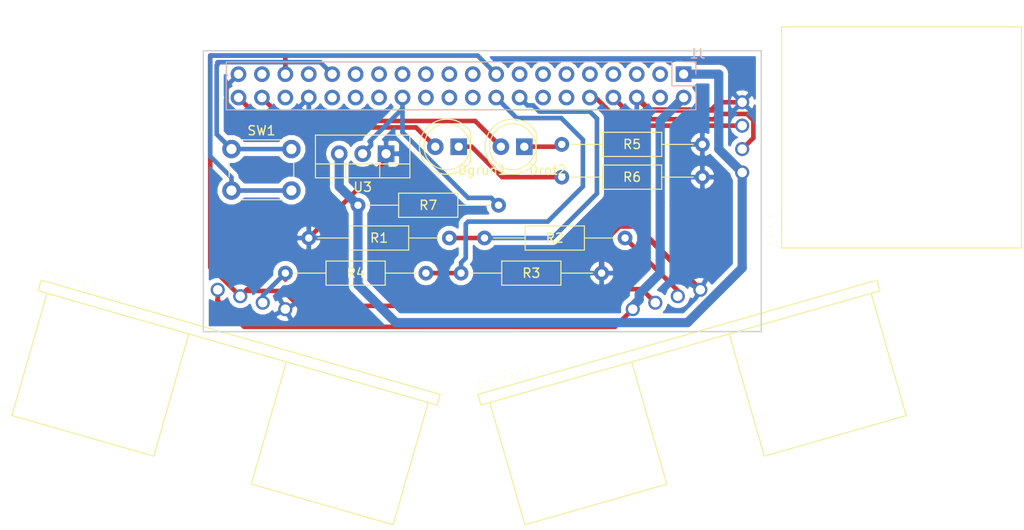
<source format=kicad_pcb>
(kicad_pcb (version 20171130) (host pcbnew "(5.0.2)-1")

  (general
    (thickness 1.6)
    (drawings 6)
    (tracks 129)
    (zones 0)
    (modules 15)
    (nets 43)
  )

  (page A4)
  (layers
    (0 F.Cu signal)
    (31 B.Cu signal)
    (32 B.Adhes user)
    (33 F.Adhes user)
    (34 B.Paste user)
    (35 F.Paste user)
    (36 B.SilkS user)
    (37 F.SilkS user)
    (38 B.Mask user)
    (39 F.Mask user)
    (40 Dwgs.User user)
    (41 Cmts.User user)
    (42 Eco1.User user)
    (43 Eco2.User user)
    (44 Edge.Cuts user)
    (45 Margin user)
    (46 B.CrtYd user)
    (47 F.CrtYd user)
    (48 B.Fab user)
    (49 F.Fab user)
  )

  (setup
    (last_trace_width 0.5)
    (trace_clearance 0.2)
    (zone_clearance 0.508)
    (zone_45_only no)
    (trace_min 0.2)
    (segment_width 0.2)
    (edge_width 0.15)
    (via_size 0.8)
    (via_drill 0.4)
    (via_min_size 0.4)
    (via_min_drill 0.3)
    (uvia_size 0.3)
    (uvia_drill 0.1)
    (uvias_allowed no)
    (uvia_min_size 0.2)
    (uvia_min_drill 0.1)
    (pcb_text_width 0.3)
    (pcb_text_size 1.5 1.5)
    (mod_edge_width 0.15)
    (mod_text_size 1 1)
    (mod_text_width 0.15)
    (pad_size 2.5 2.5)
    (pad_drill 1.2)
    (pad_to_mask_clearance 0.051)
    (solder_mask_min_width 0.25)
    (aux_axis_origin 143.51 80.01)
    (visible_elements 7FFFFFFF)
    (pcbplotparams
      (layerselection 0x010f0_ffffffff)
      (usegerberextensions false)
      (usegerberattributes false)
      (usegerberadvancedattributes false)
      (creategerberjobfile false)
      (excludeedgelayer true)
      (linewidth 0.100000)
      (plotframeref false)
      (viasonmask false)
      (mode 1)
      (useauxorigin false)
      (hpglpennumber 1)
      (hpglpenspeed 20)
      (hpglpendiameter 15.000000)
      (psnegative false)
      (psa4output false)
      (plotreference true)
      (plotvalue false)
      (plotinvisibletext false)
      (padsonsilk false)
      (subtractmaskfromsilk false)
      (outputformat 1)
      (mirror false)
      (drillshape 0)
      (scaleselection 1)
      (outputdirectory "D:/6. Semester/Studienarbeit/Platine/Radmesser/gerber"))
  )

  (net 0 "")
  (net 1 "Net-(Dgrun1-Pad2)")
  (net 2 "Net-(Dgrun1-Pad1)")
  (net 3 "Net-(Drot2-Pad1)")
  (net 4 "Net-(Drot2-Pad2)")
  (net 5 "Net-(GPS1-Pad2)")
  (net 6 GND)
  (net 7 "Net-(GPS1-Pad1)")
  (net 8 "Net-(J1-Pad37)")
  (net 9 "Net-(J1-Pad36)")
  (net 10 "Net-(J1-Pad35)")
  (net 11 "Net-(J1-Pad33)")
  (net 12 "Net-(J1-Pad32)")
  (net 13 "Net-(J1-Pad31)")
  (net 14 "Net-(J1-Pad30)")
  (net 15 "Net-(J1-Pad29)")
  (net 16 "Net-(J1-Pad28)")
  (net 17 "Net-(J1-Pad27)")
  (net 18 "Net-(J1-Pad26)")
  (net 19 "Net-(J1-Pad25)")
  (net 20 "Net-(J1-Pad24)")
  (net 21 "Net-(J1-Pad23)")
  (net 22 "Net-(J1-Pad22)")
  (net 23 "Net-(J1-Pad21)")
  (net 24 "Net-(J1-Pad20)")
  (net 25 "Net-(J1-Pad19)")
  (net 26 "Net-(J1-Pad18)")
  (net 27 "Net-(J1-Pad16)")
  (net 28 "Net-(J1-Pad15)")
  (net 29 "Net-(J1-Pad14)")
  (net 30 "Net-(J1-Pad13)")
  (net 31 "Net-(J1-Pad12)")
  (net 32 "Net-(J1-Pad11)")
  (net 33 "Net-(J1-Pad9)")
  (net 34 "Net-(J1-Pad7)")
  (net 35 "Net-(J1-Pad5)")
  (net 36 "Net-(J1-Pad4)")
  (net 37 "Net-(J1-Pad3)")
  (net 38 "Net-(R2-Pad1)")
  (net 39 "Net-(R4-Pad1)")
  (net 40 "Net-(GPS1-Pad3)")
  (net 41 "Net-(J1-Pad17)")
  (net 42 "Net-(J1-Pad2)")

  (net_class Default "Dies ist die voreingestellte Netzklasse."
    (clearance 0.2)
    (trace_width 0.5)
    (via_dia 0.8)
    (via_drill 0.4)
    (uvia_dia 0.3)
    (uvia_drill 0.1)
    (add_net GND)
    (add_net "Net-(Dgrun1-Pad1)")
    (add_net "Net-(Dgrun1-Pad2)")
    (add_net "Net-(Drot2-Pad1)")
    (add_net "Net-(Drot2-Pad2)")
    (add_net "Net-(GPS1-Pad1)")
    (add_net "Net-(GPS1-Pad2)")
    (add_net "Net-(GPS1-Pad3)")
    (add_net "Net-(J1-Pad11)")
    (add_net "Net-(J1-Pad12)")
    (add_net "Net-(J1-Pad13)")
    (add_net "Net-(J1-Pad14)")
    (add_net "Net-(J1-Pad15)")
    (add_net "Net-(J1-Pad16)")
    (add_net "Net-(J1-Pad17)")
    (add_net "Net-(J1-Pad18)")
    (add_net "Net-(J1-Pad19)")
    (add_net "Net-(J1-Pad2)")
    (add_net "Net-(J1-Pad20)")
    (add_net "Net-(J1-Pad21)")
    (add_net "Net-(J1-Pad22)")
    (add_net "Net-(J1-Pad23)")
    (add_net "Net-(J1-Pad24)")
    (add_net "Net-(J1-Pad25)")
    (add_net "Net-(J1-Pad26)")
    (add_net "Net-(J1-Pad27)")
    (add_net "Net-(J1-Pad28)")
    (add_net "Net-(J1-Pad29)")
    (add_net "Net-(J1-Pad3)")
    (add_net "Net-(J1-Pad30)")
    (add_net "Net-(J1-Pad31)")
    (add_net "Net-(J1-Pad32)")
    (add_net "Net-(J1-Pad33)")
    (add_net "Net-(J1-Pad35)")
    (add_net "Net-(J1-Pad36)")
    (add_net "Net-(J1-Pad37)")
    (add_net "Net-(J1-Pad4)")
    (add_net "Net-(J1-Pad5)")
    (add_net "Net-(J1-Pad7)")
    (add_net "Net-(J1-Pad9)")
    (add_net "Net-(R2-Pad1)")
    (add_net "Net-(R4-Pad1)")
  )

  (module HC-SR04:XCVR_HC-SR04 (layer F.Cu) (tedit 5E2E0D2F) (tstamp 5E2EC3FA)
    (at 148.73 107 344)
    (path /5E2E123D)
    (fp_text reference Uvorne1 (at -19.48505 3.31671 344) (layer F.SilkS)
      (effects (font (size 1.00052 1.00052) (thickness 0.015)))
    )
    (fp_text value HC-SR04 (at 23.8102 3.370695 344) (layer F.Fab)
      (effects (font (size 1.001693 1.001693) (thickness 0.015)))
    )
    (fp_line (start -21.5 19.27) (end -5.5 19.27) (layer F.SilkS) (width 0.127))
    (fp_line (start 5.500001 19.27) (end 21.5 19.27) (layer F.SilkS) (width 0.127))
    (fp_line (start 22.5 5.47) (end 21.5 5.47) (layer F.SilkS) (width 0.127))
    (fp_line (start 21.5 5.47) (end 5.5 5.47) (layer F.SilkS) (width 0.127))
    (fp_line (start 5.5 5.47) (end -5.5 5.47) (layer F.SilkS) (width 0.127))
    (fp_line (start -5.5 5.47) (end -21.5 5.47) (layer F.SilkS) (width 0.127))
    (fp_line (start -21.5 5.47) (end -22.5 5.47) (layer F.SilkS) (width 0.127))
    (fp_line (start -22.5 5.47) (end -22.5 4.27) (layer F.SilkS) (width 0.127))
    (fp_line (start -22.5 4.27) (end 22.5 4.27) (layer F.SilkS) (width 0.127))
    (fp_line (start 22.5 4.27) (end 22.5 5.47) (layer F.SilkS) (width 0.127))
    (fp_line (start -21.5 5.47) (end -21.5 19.27) (layer F.SilkS) (width 0.127))
    (fp_line (start 21.5 5.47) (end 21.5 19.27) (layer F.SilkS) (width 0.127))
    (fp_line (start -5.5 5.47) (end -5.5 19.27) (layer F.SilkS) (width 0.127))
    (fp_line (start 5.5 5.47) (end 5.500001 19.27) (layer F.SilkS) (width 0.127))
    (fp_line (start -22.75 4) (end -22.75 19.5) (layer F.CrtYd) (width 0.05))
    (fp_line (start -22.75 19.5) (end 22.75 19.5) (layer F.CrtYd) (width 0.05))
    (fp_line (start 22.75 19.5) (end 22.75 4) (layer F.CrtYd) (width 0.05))
    (fp_line (start 22.75 4) (end 5 4) (layer F.CrtYd) (width 0.05))
    (fp_line (start 5 4) (end 5 -1.25) (layer F.CrtYd) (width 0.05))
    (fp_line (start 5 -1.25) (end -5 -1.250001) (layer F.CrtYd) (width 0.05))
    (fp_line (start -5 -1.250001) (end -5 4) (layer F.CrtYd) (width 0.05))
    (fp_line (start -5 4) (end -22.75 4) (layer F.CrtYd) (width 0.05))
    (pad 2 thru_hole circle (at -1.27 0 344) (size 1.53 1.53) (drill 1.02) (layers *.Cu *.Mask)
      (net 10 "Net-(J1-Pad35)"))
    (pad 3 thru_hole circle (at 1.27 0 344) (size 1.53 1.53) (drill 1.02) (layers *.Cu *.Mask)
      (net 39 "Net-(R4-Pad1)"))
    (pad 4 thru_hole circle (at 3.81 0.000001 344) (size 1.53 1.53) (drill 1.02) (layers *.Cu *.Mask)
      (net 6 GND))
    (pad 1 thru_hole circle (at -3.81 -0.000001 344) (size 1.53 1.53) (drill 1.02) (layers *.Cu *.Mask)
      (net 42 "Net-(J1-Pad2)"))
  )

  (module HC-SR04:XCVR_HC-SR04 (layer F.Cu) (tedit 5E2E0D2F) (tstamp 5E2EC3DC)
    (at 193.73 107 16)
    (path /5E2E1096)
    (fp_text reference Uhinten2 (at -19.48505 3.31671 16) (layer F.SilkS)
      (effects (font (size 1.00052 1.00052) (thickness 0.015)))
    )
    (fp_text value HC-SR04 (at 23.8102 3.370695 16) (layer F.Fab)
      (effects (font (size 1.001693 1.001693) (thickness 0.015)))
    )
    (fp_line (start -5 4) (end -22.75 4) (layer F.CrtYd) (width 0.05))
    (fp_line (start -5 -1.25) (end -5 4) (layer F.CrtYd) (width 0.05))
    (fp_line (start 5 -1.25) (end -5 -1.25) (layer F.CrtYd) (width 0.05))
    (fp_line (start 5 4) (end 5 -1.25) (layer F.CrtYd) (width 0.05))
    (fp_line (start 22.75 4) (end 5 4) (layer F.CrtYd) (width 0.05))
    (fp_line (start 22.75 19.5) (end 22.75 4) (layer F.CrtYd) (width 0.05))
    (fp_line (start -22.75 19.5) (end 22.75 19.5) (layer F.CrtYd) (width 0.05))
    (fp_line (start -22.75 4) (end -22.75 19.5) (layer F.CrtYd) (width 0.05))
    (fp_line (start 5.5 5.47) (end 5.5 19.27) (layer F.SilkS) (width 0.127))
    (fp_line (start -5.5 5.47) (end -5.5 19.27) (layer F.SilkS) (width 0.127))
    (fp_line (start 21.5 5.47) (end 21.5 19.27) (layer F.SilkS) (width 0.127))
    (fp_line (start -21.5 5.47) (end -21.5 19.27) (layer F.SilkS) (width 0.127))
    (fp_line (start 22.5 4.27) (end 22.5 5.47) (layer F.SilkS) (width 0.127))
    (fp_line (start -22.5 4.27) (end 22.5 4.27) (layer F.SilkS) (width 0.127))
    (fp_line (start -22.5 5.47) (end -22.5 4.27) (layer F.SilkS) (width 0.127))
    (fp_line (start -21.5 5.47) (end -22.5 5.47) (layer F.SilkS) (width 0.127))
    (fp_line (start -5.5 5.47) (end -21.5 5.47) (layer F.SilkS) (width 0.127))
    (fp_line (start 5.5 5.47) (end -5.5 5.47) (layer F.SilkS) (width 0.127))
    (fp_line (start 21.5 5.47) (end 5.5 5.47) (layer F.SilkS) (width 0.127))
    (fp_line (start 22.5 5.47) (end 21.5 5.47) (layer F.SilkS) (width 0.127))
    (fp_line (start 5.5 19.27) (end 21.5 19.27) (layer F.SilkS) (width 0.127))
    (fp_line (start -21.5 19.27) (end -5.5 19.27) (layer F.SilkS) (width 0.127))
    (pad 1 thru_hole circle (at -3.81 0.000002 16) (size 1.53 1.53) (drill 1.02) (layers *.Cu *.Mask)
      (net 42 "Net-(J1-Pad2)"))
    (pad 4 thru_hole circle (at 3.81 -0.000002 16) (size 1.53 1.53) (drill 1.02) (layers *.Cu *.Mask)
      (net 6 GND))
    (pad 3 thru_hole circle (at 1.27 0 16) (size 1.53 1.53) (drill 1.02) (layers *.Cu *.Mask)
      (net 38 "Net-(R2-Pad1)"))
    (pad 2 thru_hole circle (at -1.27 0 16) (size 1.53 1.53) (drill 1.02) (layers *.Cu *.Mask)
      (net 10 "Net-(J1-Pad35)"))
  )

  (module LEDs:LED_D5.0mm (layer F.Cu) (tedit 5995936A) (tstamp 5E2EC2E8)
    (at 178.308 90.424 180)
    (descr "LED, diameter 5.0mm, 2 pins, http://cdn-reichelt.de/documents/datenblatt/A500/LL-504BC2E-009.pdf")
    (tags "LED diameter 5.0mm 2 pins")
    (path /5E2E54D6)
    (fp_text reference Drot2 (at -2.54 -2.54 180) (layer F.SilkS)
      (effects (font (size 1 1) (thickness 0.15)))
    )
    (fp_text value LED (at 1.27 3.96 180) (layer F.Fab)
      (effects (font (size 1 1) (thickness 0.15)))
    )
    (fp_arc (start 1.27 0) (end -1.23 -1.469694) (angle 299.1) (layer F.Fab) (width 0.1))
    (fp_arc (start 1.27 0) (end -1.29 -1.54483) (angle 148.9) (layer F.SilkS) (width 0.12))
    (fp_arc (start 1.27 0) (end -1.29 1.54483) (angle -148.9) (layer F.SilkS) (width 0.12))
    (fp_circle (center 1.27 0) (end 3.77 0) (layer F.Fab) (width 0.1))
    (fp_circle (center 1.27 0) (end 3.77 0) (layer F.SilkS) (width 0.12))
    (fp_line (start -1.23 -1.469694) (end -1.23 1.469694) (layer F.Fab) (width 0.1))
    (fp_line (start -1.29 -1.545) (end -1.29 1.545) (layer F.SilkS) (width 0.12))
    (fp_line (start -1.95 -3.25) (end -1.95 3.25) (layer F.CrtYd) (width 0.05))
    (fp_line (start -1.95 3.25) (end 4.5 3.25) (layer F.CrtYd) (width 0.05))
    (fp_line (start 4.5 3.25) (end 4.5 -3.25) (layer F.CrtYd) (width 0.05))
    (fp_line (start 4.5 -3.25) (end -1.95 -3.25) (layer F.CrtYd) (width 0.05))
    (fp_text user %R (at 1.25 0 180) (layer F.Fab)
      (effects (font (size 0.8 0.8) (thickness 0.2)))
    )
    (pad 1 thru_hole rect (at 0 0 180) (size 1.8 1.8) (drill 0.9) (layers *.Cu *.Mask)
      (net 3 "Net-(Drot2-Pad1)"))
    (pad 2 thru_hole circle (at 2.54 0 180) (size 1.8 1.8) (drill 0.9) (layers *.Cu *.Mask)
      (net 4 "Net-(Drot2-Pad2)"))
    (model ${KISYS3DMOD}/LEDs.3dshapes/LED_D5.0mm.wrl
      (at (xyz 0 0 0))
      (scale (xyz 0.393701 0.393701 0.393701))
      (rotate (xyz 0 0 0))
    )
  )

  (module LEDs:LED_D5.0mm (layer F.Cu) (tedit 5F822967) (tstamp 5E2EC2D6)
    (at 171.196 90.424 180)
    (descr "LED, diameter 5.0mm, 2 pins, http://cdn-reichelt.de/documents/datenblatt/A500/LL-504BC2E-009.pdf")
    (tags "LED diameter 5.0mm 2 pins")
    (path /5E2E5363)
    (fp_text reference Dgrun1 (at -2.54 -2.54 180) (layer F.SilkS)
      (effects (font (size 1 1) (thickness 0.15)))
    )
    (fp_text value LED (at 1.27 3.96 180) (layer F.Fab)
      (effects (font (size 1 1) (thickness 0.15)))
    )
    (fp_text user %R (at 1.25 0 180) (layer F.Fab)
      (effects (font (size 0.8 0.8) (thickness 0.2)))
    )
    (fp_line (start 4.5 -3.25) (end -1.95 -3.25) (layer F.CrtYd) (width 0.05))
    (fp_line (start 4.5 3.25) (end 4.5 -3.25) (layer F.CrtYd) (width 0.05))
    (fp_line (start -1.95 3.25) (end 4.5 3.25) (layer F.CrtYd) (width 0.05))
    (fp_line (start -1.95 -3.25) (end -1.95 3.25) (layer F.CrtYd) (width 0.05))
    (fp_line (start -1.29 -1.545) (end -1.29 1.545) (layer F.SilkS) (width 0.12))
    (fp_line (start -1.23 -1.469694) (end -1.23 1.469694) (layer F.Fab) (width 0.1))
    (fp_circle (center 1.27 0) (end 3.77 0) (layer F.SilkS) (width 0.12))
    (fp_circle (center 1.27 0) (end 3.77 0) (layer F.Fab) (width 0.1))
    (fp_arc (start 1.27 0) (end -1.29 1.54483) (angle -148.9) (layer F.SilkS) (width 0.12))
    (fp_arc (start 1.27 0) (end -1.29 -1.54483) (angle 148.9) (layer F.SilkS) (width 0.12))
    (fp_arc (start 1.27 0) (end -1.23 -1.469694) (angle 299.1) (layer F.Fab) (width 0.1))
    (pad 2 thru_hole circle (at 2.54 0 180) (size 1.8 1.8) (drill 0.9) (layers *.Cu *.Mask)
      (net 1 "Net-(Dgrun1-Pad2)"))
    (pad 1 thru_hole rect (at 0 0 180) (size 1.8 1.8) (drill 0.9) (layers *.Cu *.Mask)
      (net 2 "Net-(Dgrun1-Pad1)"))
    (model ${KISYS3DMOD}/LEDs.3dshapes/LED_D5.0mm.wrl
      (at (xyz 0 0 0))
      (scale (xyz 0.393701 0.393701 0.393701))
      (rotate (xyz 0 0 0))
    )
  )

  (module HC-SR04:GY-GPS6MV (layer F.Cu) (tedit 5E2EBABC) (tstamp 5E2EC2FC)
    (at 201.93 89.408 90)
    (path /5E2E2E35)
    (fp_text reference GPS1 (at -10 3.31671 90) (layer F.SilkS)
      (effects (font (size 1.00052 1.00052) (thickness 0.015)))
    )
    (fp_text value GY-GPS6MV2 (at 10 3.370695 90) (layer F.Fab)
      (effects (font (size 1.001693 1.001693) (thickness 0.015)))
    )
    (fp_line (start -12 4.27) (end 12 4.27) (layer F.SilkS) (width 0.127))
    (fp_line (start 12.25 4) (end 5 4) (layer F.CrtYd) (width 0.05))
    (fp_line (start 5 4) (end 5 -1.25) (layer F.CrtYd) (width 0.05))
    (fp_line (start 5 -1.25) (end -5 -1.25) (layer F.CrtYd) (width 0.05))
    (fp_line (start -5 -1.25) (end -5 4) (layer F.CrtYd) (width 0.05))
    (fp_line (start -5 4) (end -12.25 4) (layer F.CrtYd) (width 0.05))
    (fp_line (start -12 30.27) (end 12 30.27) (layer F.SilkS) (width 0.127))
    (fp_line (start -12 4.27) (end -12 30.27) (layer F.SilkS) (width 0.127))
    (fp_line (start 12 4.27) (end 12 30.27) (layer F.SilkS) (width 0.127))
    (fp_line (start -12.25 4) (end -12.25 30.54) (layer F.CrtYd) (width 0.05))
    (fp_line (start 12.25 4) (end 12.25 30.54) (layer F.CrtYd) (width 0.05))
    (fp_line (start -12.25 30.54) (end 12.25 30.54) (layer F.CrtYd) (width 0.05))
    (pad 2 thru_hole circle (at -1.27 0 90) (size 1.53 1.53) (drill 1.02) (layers *.Cu *.Mask)
      (net 5 "Net-(GPS1-Pad2)"))
    (pad 3 thru_hole circle (at 1.27 0 90) (size 1.53 1.53) (drill 1.02) (layers *.Cu *.Mask)
      (net 40 "Net-(GPS1-Pad3)"))
    (pad 4 thru_hole circle (at 3.81 0 90) (size 1.53 1.53) (drill 1.02) (layers *.Cu *.Mask)
      (net 6 GND))
    (pad 1 thru_hole circle (at -3.81 0 90) (size 1.53 1.53) (drill 1.02) (layers *.Cu *.Mask)
      (net 7 "Net-(GPS1-Pad1)"))
  )

  (module RaspPi:PinSocket_2x20_P2.54mm_Vertical (layer B.Cu) (tedit 5E31489E) (tstamp 5E2EC33A)
    (at 195.58 82.55 90)
    (descr "Through hole straight socket strip, 2x20, 2.54mm pitch, double cols (from Kicad 4.0.7), script generated")
    (tags "Through hole socket strip THT 2x20 2.54mm double row")
    (path /5E2DA375)
    (fp_text reference J1 (at 2.208 1.512 180) (layer B.SilkS)
      (effects (font (size 1 1) (thickness 0.15)) (justify mirror))
    )
    (fp_text value Raspberry_Pi_2_3 (at -1.27 -25.4 180) (layer B.Fab)
      (effects (font (size 1 1) (thickness 0.15)) (justify mirror))
    )
    (fp_text user %R (at -1.27 -24.13) (layer B.Fab)
      (effects (font (size 1 1) (thickness 0.15)) (justify mirror))
    )
    (fp_line (start -4.34 -50) (end -4.34 1.8) (layer B.CrtYd) (width 0.05))
    (fp_line (start 1.76 -50) (end -4.34 -50) (layer B.CrtYd) (width 0.05))
    (fp_line (start 1.76 1.8) (end 1.76 -50) (layer B.CrtYd) (width 0.05))
    (fp_line (start -4.34 1.8) (end 1.76 1.8) (layer B.CrtYd) (width 0.05))
    (fp_line (start 0 1.33) (end 1.33 1.33) (layer B.SilkS) (width 0.12))
    (fp_line (start 1.33 1.33) (end 1.33 0) (layer B.SilkS) (width 0.12))
    (fp_line (start -1.27 1.33) (end -1.27 -1.27) (layer B.SilkS) (width 0.12))
    (fp_line (start -1.27 -1.27) (end 1.33 -1.27) (layer B.SilkS) (width 0.12))
    (fp_line (start 1.33 -1.27) (end 1.33 -49.59) (layer B.SilkS) (width 0.12))
    (fp_line (start -3.87 -49.59) (end 1.33 -49.59) (layer B.SilkS) (width 0.12))
    (fp_line (start -3.87 1.33) (end -3.87 -49.59) (layer B.SilkS) (width 0.12))
    (fp_line (start -3.87 1.33) (end -1.27 1.33) (layer B.SilkS) (width 0.12))
    (fp_line (start -3.81 -49.53) (end -3.81 1.27) (layer B.Fab) (width 0.1))
    (fp_line (start 1.27 -49.53) (end -3.81 -49.53) (layer B.Fab) (width 0.1))
    (fp_line (start 1.27 0.27) (end 1.27 -49.53) (layer B.Fab) (width 0.1))
    (fp_line (start 0.27 1.27) (end 1.27 0.27) (layer B.Fab) (width 0.1))
    (fp_line (start -3.81 1.27) (end 0.27 1.27) (layer B.Fab) (width 0.1))
    (pad 40 thru_hole oval (at -2.54 -48.26 90) (size 1.7 1.7) (drill 1) (layers *.Cu *.Mask)
      (net 1 "Net-(Dgrun1-Pad2)"))
    (pad 39 thru_hole oval (at 0 -48.26 90) (size 1.7 1.7) (drill 1) (layers *.Cu *.Mask)
      (net 6 GND))
    (pad 38 thru_hole oval (at -2.54 -45.72 90) (size 1.7 1.7) (drill 1) (layers *.Cu *.Mask)
      (net 4 "Net-(Drot2-Pad2)"))
    (pad 37 thru_hole oval (at 0 -45.72 90) (size 1.7 1.7) (drill 1) (layers *.Cu *.Mask)
      (net 8 "Net-(J1-Pad37)"))
    (pad 36 thru_hole oval (at -2.54 -43.18 90) (size 1.7 1.7) (drill 1) (layers *.Cu *.Mask)
      (net 9 "Net-(J1-Pad36)"))
    (pad 35 thru_hole oval (at 0 -43.18 90) (size 1.7 1.7) (drill 1) (layers *.Cu *.Mask)
      (net 10 "Net-(J1-Pad35)"))
    (pad 34 thru_hole oval (at -2.54 -40.64 90) (size 1.7 1.7) (drill 1) (layers *.Cu *.Mask)
      (net 6 GND))
    (pad 33 thru_hole oval (at 0 -40.64 90) (size 1.7 1.7) (drill 1) (layers *.Cu *.Mask)
      (net 11 "Net-(J1-Pad33)"))
    (pad 32 thru_hole oval (at -2.54 -38.1 90) (size 1.7 1.7) (drill 1) (layers *.Cu *.Mask)
      (net 12 "Net-(J1-Pad32)"))
    (pad 31 thru_hole oval (at 0 -38.1 90) (size 1.7 1.7) (drill 1) (layers *.Cu *.Mask)
      (net 13 "Net-(J1-Pad31)"))
    (pad 30 thru_hole oval (at -2.54 -35.56 90) (size 1.7 1.7) (drill 1) (layers *.Cu *.Mask)
      (net 14 "Net-(J1-Pad30)"))
    (pad 29 thru_hole oval (at 0 -35.56 90) (size 1.7 1.7) (drill 1) (layers *.Cu *.Mask)
      (net 15 "Net-(J1-Pad29)"))
    (pad 28 thru_hole oval (at -2.54 -33.02 90) (size 1.7 1.7) (drill 1) (layers *.Cu *.Mask)
      (net 16 "Net-(J1-Pad28)"))
    (pad 27 thru_hole oval (at 0 -33.02 90) (size 1.7 1.7) (drill 1) (layers *.Cu *.Mask)
      (net 17 "Net-(J1-Pad27)"))
    (pad 26 thru_hole oval (at -2.54 -30.48 90) (size 1.7 1.7) (drill 1) (layers *.Cu *.Mask)
      (net 18 "Net-(J1-Pad26)"))
    (pad 25 thru_hole oval (at 0 -30.48 90) (size 1.7 1.7) (drill 1) (layers *.Cu *.Mask)
      (net 19 "Net-(J1-Pad25)"))
    (pad 24 thru_hole oval (at -2.54 -27.94 90) (size 1.7 1.7) (drill 1) (layers *.Cu *.Mask)
      (net 20 "Net-(J1-Pad24)"))
    (pad 23 thru_hole oval (at 0 -27.94 90) (size 1.7 1.7) (drill 1) (layers *.Cu *.Mask)
      (net 21 "Net-(J1-Pad23)"))
    (pad 22 thru_hole oval (at -2.54 -25.4 90) (size 1.7 1.7) (drill 1) (layers *.Cu *.Mask)
      (net 22 "Net-(J1-Pad22)"))
    (pad 21 thru_hole oval (at 0 -25.4 90) (size 1.7 1.7) (drill 1) (layers *.Cu *.Mask)
      (net 23 "Net-(J1-Pad21)"))
    (pad 20 thru_hole oval (at -2.54 -22.86 90) (size 1.7 1.7) (drill 1) (layers *.Cu *.Mask)
      (net 24 "Net-(J1-Pad20)"))
    (pad 19 thru_hole oval (at 0 -22.86 90) (size 1.7 1.7) (drill 1) (layers *.Cu *.Mask)
      (net 25 "Net-(J1-Pad19)"))
    (pad 18 thru_hole oval (at -2.54 -20.32 90) (size 1.7 1.7) (drill 1) (layers *.Cu *.Mask)
      (net 26 "Net-(J1-Pad18)"))
    (pad 17 thru_hole oval (at 0 -20.32 90) (size 1.7 1.7) (drill 1) (layers *.Cu *.Mask)
      (net 41 "Net-(J1-Pad17)"))
    (pad 16 thru_hole oval (at -2.54 -17.78 90) (size 1.7 1.7) (drill 1) (layers *.Cu *.Mask)
      (net 27 "Net-(J1-Pad16)"))
    (pad 15 thru_hole oval (at 0 -17.78 90) (size 1.7 1.7) (drill 1) (layers *.Cu *.Mask)
      (net 28 "Net-(J1-Pad15)"))
    (pad 14 thru_hole oval (at -2.54 -15.24 90) (size 1.7 1.7) (drill 1) (layers *.Cu *.Mask)
      (net 29 "Net-(J1-Pad14)"))
    (pad 13 thru_hole oval (at 0 -15.24 90) (size 1.7 1.7) (drill 1) (layers *.Cu *.Mask)
      (net 30 "Net-(J1-Pad13)"))
    (pad 12 thru_hole oval (at -2.54 -12.7 90) (size 1.7 1.7) (drill 1) (layers *.Cu *.Mask)
      (net 31 "Net-(J1-Pad12)"))
    (pad 11 thru_hole oval (at 0 -12.7 90) (size 1.7 1.7) (drill 1) (layers *.Cu *.Mask)
      (net 32 "Net-(J1-Pad11)"))
    (pad 10 thru_hole oval (at -2.54 -10.16 90) (size 1.7 1.7) (drill 1) (layers *.Cu *.Mask)
      (net 40 "Net-(GPS1-Pad3)"))
    (pad 9 thru_hole oval (at 0 -10.16 90) (size 1.7 1.7) (drill 1) (layers *.Cu *.Mask)
      (net 33 "Net-(J1-Pad9)"))
    (pad 8 thru_hole oval (at -2.54 -7.62 90) (size 1.7 1.7) (drill 1) (layers *.Cu *.Mask)
      (net 5 "Net-(GPS1-Pad2)"))
    (pad 7 thru_hole oval (at 0 -7.62 90) (size 1.7 1.7) (drill 1) (layers *.Cu *.Mask)
      (net 34 "Net-(J1-Pad7)"))
    (pad 6 thru_hole oval (at -2.54 -5.08 90) (size 1.7 1.7) (drill 1) (layers *.Cu *.Mask)
      (net 6 GND))
    (pad 5 thru_hole oval (at 0 -5.08 90) (size 1.7 1.7) (drill 1) (layers *.Cu *.Mask)
      (net 35 "Net-(J1-Pad5)"))
    (pad 4 thru_hole oval (at -2.54 -2.54 90) (size 1.7 1.7) (drill 1) (layers *.Cu *.Mask)
      (net 36 "Net-(J1-Pad4)"))
    (pad 3 thru_hole oval (at 0 -2.54 90) (size 1.7 1.7) (drill 1) (layers *.Cu *.Mask)
      (net 37 "Net-(J1-Pad3)"))
    (pad 2 thru_hole oval (at -2.54 0 90) (size 1.7 1.7) (drill 1) (layers *.Cu *.Mask)
      (net 42 "Net-(J1-Pad2)"))
    (pad 1 thru_hole rect (at 0 0 90) (size 1.7 1.7) (drill 1) (layers *.Cu *.Mask)
      (net 7 "Net-(GPS1-Pad1)"))
    (model ${KISYS3DMOD}/Connector_PinSocket_2.54mm.3dshapes/PinSocket_2x20_P2.54mm_Vertical.wrl
      (at (xyz 0 0 0))
      (scale (xyz 1 1 1))
      (rotate (xyz 0 0 0))
    )
  )

  (module Resistors_ThroughHole:R_Axial_DIN0207_L6.3mm_D2.5mm_P15.24mm_Horizontal (layer F.Cu) (tedit 5874F706) (tstamp 5E2EC350)
    (at 170.18 100.33 180)
    (descr "Resistor, Axial_DIN0207 series, Axial, Horizontal, pin pitch=15.24mm, 0.25W = 1/4W, length*diameter=6.3*2.5mm^2, http://cdn-reichelt.de/documents/datenblatt/B400/1_4W%23YAG.pdf")
    (tags "Resistor Axial_DIN0207 series Axial Horizontal pin pitch 15.24mm 0.25W = 1/4W length 6.3mm diameter 2.5mm")
    (path /5E2DA58E)
    (fp_text reference R1 (at 7.62 0 180) (layer F.SilkS)
      (effects (font (size 1 1) (thickness 0.15)))
    )
    (fp_text value 1k (at 7.62 2.31 180) (layer F.Fab)
      (effects (font (size 1 1) (thickness 0.15)))
    )
    (fp_line (start 16.3 -1.6) (end -1.05 -1.6) (layer F.CrtYd) (width 0.05))
    (fp_line (start 16.3 1.6) (end 16.3 -1.6) (layer F.CrtYd) (width 0.05))
    (fp_line (start -1.05 1.6) (end 16.3 1.6) (layer F.CrtYd) (width 0.05))
    (fp_line (start -1.05 -1.6) (end -1.05 1.6) (layer F.CrtYd) (width 0.05))
    (fp_line (start 14.26 0) (end 10.83 0) (layer F.SilkS) (width 0.12))
    (fp_line (start 0.98 0) (end 4.41 0) (layer F.SilkS) (width 0.12))
    (fp_line (start 10.83 -1.31) (end 4.41 -1.31) (layer F.SilkS) (width 0.12))
    (fp_line (start 10.83 1.31) (end 10.83 -1.31) (layer F.SilkS) (width 0.12))
    (fp_line (start 4.41 1.31) (end 10.83 1.31) (layer F.SilkS) (width 0.12))
    (fp_line (start 4.41 -1.31) (end 4.41 1.31) (layer F.SilkS) (width 0.12))
    (fp_line (start 15.24 0) (end 10.77 0) (layer F.Fab) (width 0.1))
    (fp_line (start 0 0) (end 4.47 0) (layer F.Fab) (width 0.1))
    (fp_line (start 10.77 -1.25) (end 4.47 -1.25) (layer F.Fab) (width 0.1))
    (fp_line (start 10.77 1.25) (end 10.77 -1.25) (layer F.Fab) (width 0.1))
    (fp_line (start 4.47 1.25) (end 10.77 1.25) (layer F.Fab) (width 0.1))
    (fp_line (start 4.47 -1.25) (end 4.47 1.25) (layer F.Fab) (width 0.1))
    (pad 2 thru_hole oval (at 15.24 0 180) (size 1.6 1.6) (drill 0.8) (layers *.Cu *.Mask)
      (net 6 GND))
    (pad 1 thru_hole circle (at 0 0 180) (size 1.6 1.6) (drill 0.8) (layers *.Cu *.Mask)
      (net 27 "Net-(J1-Pad16)"))
    (model ${KISYS3DMOD}/Resistors_THT.3dshapes/R_Axial_DIN0207_L6.3mm_D2.5mm_P15.24mm_Horizontal.wrl
      (at (xyz 0 0 0))
      (scale (xyz 0.393701 0.393701 0.393701))
      (rotate (xyz 0 0 0))
    )
  )

  (module Resistors_ThroughHole:R_Axial_DIN0207_L6.3mm_D2.5mm_P15.24mm_Horizontal (layer F.Cu) (tedit 5874F706) (tstamp 5E2EC366)
    (at 189.23 100.33 180)
    (descr "Resistor, Axial_DIN0207 series, Axial, Horizontal, pin pitch=15.24mm, 0.25W = 1/4W, length*diameter=6.3*2.5mm^2, http://cdn-reichelt.de/documents/datenblatt/B400/1_4W%23YAG.pdf")
    (tags "Resistor Axial_DIN0207 series Axial Horizontal pin pitch 15.24mm 0.25W = 1/4W length 6.3mm diameter 2.5mm")
    (path /5E2DA64F)
    (fp_text reference R2 (at 7.62 0 180) (layer F.SilkS)
      (effects (font (size 1 1) (thickness 0.15)))
    )
    (fp_text value 510 (at 7.62 2.31 180) (layer F.Fab)
      (effects (font (size 1 1) (thickness 0.15)))
    )
    (fp_line (start 4.47 -1.25) (end 4.47 1.25) (layer F.Fab) (width 0.1))
    (fp_line (start 4.47 1.25) (end 10.77 1.25) (layer F.Fab) (width 0.1))
    (fp_line (start 10.77 1.25) (end 10.77 -1.25) (layer F.Fab) (width 0.1))
    (fp_line (start 10.77 -1.25) (end 4.47 -1.25) (layer F.Fab) (width 0.1))
    (fp_line (start 0 0) (end 4.47 0) (layer F.Fab) (width 0.1))
    (fp_line (start 15.24 0) (end 10.77 0) (layer F.Fab) (width 0.1))
    (fp_line (start 4.41 -1.31) (end 4.41 1.31) (layer F.SilkS) (width 0.12))
    (fp_line (start 4.41 1.31) (end 10.83 1.31) (layer F.SilkS) (width 0.12))
    (fp_line (start 10.83 1.31) (end 10.83 -1.31) (layer F.SilkS) (width 0.12))
    (fp_line (start 10.83 -1.31) (end 4.41 -1.31) (layer F.SilkS) (width 0.12))
    (fp_line (start 0.98 0) (end 4.41 0) (layer F.SilkS) (width 0.12))
    (fp_line (start 14.26 0) (end 10.83 0) (layer F.SilkS) (width 0.12))
    (fp_line (start -1.05 -1.6) (end -1.05 1.6) (layer F.CrtYd) (width 0.05))
    (fp_line (start -1.05 1.6) (end 16.3 1.6) (layer F.CrtYd) (width 0.05))
    (fp_line (start 16.3 1.6) (end 16.3 -1.6) (layer F.CrtYd) (width 0.05))
    (fp_line (start 16.3 -1.6) (end -1.05 -1.6) (layer F.CrtYd) (width 0.05))
    (pad 1 thru_hole circle (at 0 0 180) (size 1.6 1.6) (drill 0.8) (layers *.Cu *.Mask)
      (net 38 "Net-(R2-Pad1)"))
    (pad 2 thru_hole oval (at 15.24 0 180) (size 1.6 1.6) (drill 0.8) (layers *.Cu *.Mask)
      (net 27 "Net-(J1-Pad16)"))
    (model ${KISYS3DMOD}/Resistors_THT.3dshapes/R_Axial_DIN0207_L6.3mm_D2.5mm_P15.24mm_Horizontal.wrl
      (at (xyz 0 0 0))
      (scale (xyz 0.393701 0.393701 0.393701))
      (rotate (xyz 0 0 0))
    )
  )

  (module Resistors_ThroughHole:R_Axial_DIN0207_L6.3mm_D2.5mm_P15.24mm_Horizontal (layer F.Cu) (tedit 5874F706) (tstamp 5E2EC37C)
    (at 171.45 104.14)
    (descr "Resistor, Axial_DIN0207 series, Axial, Horizontal, pin pitch=15.24mm, 0.25W = 1/4W, length*diameter=6.3*2.5mm^2, http://cdn-reichelt.de/documents/datenblatt/B400/1_4W%23YAG.pdf")
    (tags "Resistor Axial_DIN0207 series Axial Horizontal pin pitch 15.24mm 0.25W = 1/4W length 6.3mm diameter 2.5mm")
    (path /5E2DA7CE)
    (fp_text reference R3 (at 7.62 0) (layer F.SilkS)
      (effects (font (size 1 1) (thickness 0.15)))
    )
    (fp_text value 1k (at 7.62 2.31) (layer F.Fab)
      (effects (font (size 1 1) (thickness 0.15)))
    )
    (fp_line (start 16.3 -1.6) (end -1.05 -1.6) (layer F.CrtYd) (width 0.05))
    (fp_line (start 16.3 1.6) (end 16.3 -1.6) (layer F.CrtYd) (width 0.05))
    (fp_line (start -1.05 1.6) (end 16.3 1.6) (layer F.CrtYd) (width 0.05))
    (fp_line (start -1.05 -1.6) (end -1.05 1.6) (layer F.CrtYd) (width 0.05))
    (fp_line (start 14.26 0) (end 10.83 0) (layer F.SilkS) (width 0.12))
    (fp_line (start 0.98 0) (end 4.41 0) (layer F.SilkS) (width 0.12))
    (fp_line (start 10.83 -1.31) (end 4.41 -1.31) (layer F.SilkS) (width 0.12))
    (fp_line (start 10.83 1.31) (end 10.83 -1.31) (layer F.SilkS) (width 0.12))
    (fp_line (start 4.41 1.31) (end 10.83 1.31) (layer F.SilkS) (width 0.12))
    (fp_line (start 4.41 -1.31) (end 4.41 1.31) (layer F.SilkS) (width 0.12))
    (fp_line (start 15.24 0) (end 10.77 0) (layer F.Fab) (width 0.1))
    (fp_line (start 0 0) (end 4.47 0) (layer F.Fab) (width 0.1))
    (fp_line (start 10.77 -1.25) (end 4.47 -1.25) (layer F.Fab) (width 0.1))
    (fp_line (start 10.77 1.25) (end 10.77 -1.25) (layer F.Fab) (width 0.1))
    (fp_line (start 4.47 1.25) (end 10.77 1.25) (layer F.Fab) (width 0.1))
    (fp_line (start 4.47 -1.25) (end 4.47 1.25) (layer F.Fab) (width 0.1))
    (pad 2 thru_hole oval (at 15.24 0) (size 1.6 1.6) (drill 0.8) (layers *.Cu *.Mask)
      (net 6 GND))
    (pad 1 thru_hole circle (at 0 0) (size 1.6 1.6) (drill 0.8) (layers *.Cu *.Mask)
      (net 26 "Net-(J1-Pad18)"))
    (model ${KISYS3DMOD}/Resistors_THT.3dshapes/R_Axial_DIN0207_L6.3mm_D2.5mm_P15.24mm_Horizontal.wrl
      (at (xyz 0 0 0))
      (scale (xyz 0.393701 0.393701 0.393701))
      (rotate (xyz 0 0 0))
    )
  )

  (module Resistors_ThroughHole:R_Axial_DIN0207_L6.3mm_D2.5mm_P15.24mm_Horizontal (layer F.Cu) (tedit 5874F706) (tstamp 5E2EC392)
    (at 152.4 104.14)
    (descr "Resistor, Axial_DIN0207 series, Axial, Horizontal, pin pitch=15.24mm, 0.25W = 1/4W, length*diameter=6.3*2.5mm^2, http://cdn-reichelt.de/documents/datenblatt/B400/1_4W%23YAG.pdf")
    (tags "Resistor Axial_DIN0207 series Axial Horizontal pin pitch 15.24mm 0.25W = 1/4W length 6.3mm diameter 2.5mm")
    (path /5E2DA7D4)
    (fp_text reference R4 (at 7.62 0) (layer F.SilkS)
      (effects (font (size 1 1) (thickness 0.15)))
    )
    (fp_text value 510 (at 7.62 2.31) (layer F.Fab)
      (effects (font (size 1 1) (thickness 0.15)))
    )
    (fp_line (start 4.47 -1.25) (end 4.47 1.25) (layer F.Fab) (width 0.1))
    (fp_line (start 4.47 1.25) (end 10.77 1.25) (layer F.Fab) (width 0.1))
    (fp_line (start 10.77 1.25) (end 10.77 -1.25) (layer F.Fab) (width 0.1))
    (fp_line (start 10.77 -1.25) (end 4.47 -1.25) (layer F.Fab) (width 0.1))
    (fp_line (start 0 0) (end 4.47 0) (layer F.Fab) (width 0.1))
    (fp_line (start 15.24 0) (end 10.77 0) (layer F.Fab) (width 0.1))
    (fp_line (start 4.41 -1.31) (end 4.41 1.31) (layer F.SilkS) (width 0.12))
    (fp_line (start 4.41 1.31) (end 10.83 1.31) (layer F.SilkS) (width 0.12))
    (fp_line (start 10.83 1.31) (end 10.83 -1.31) (layer F.SilkS) (width 0.12))
    (fp_line (start 10.83 -1.31) (end 4.41 -1.31) (layer F.SilkS) (width 0.12))
    (fp_line (start 0.98 0) (end 4.41 0) (layer F.SilkS) (width 0.12))
    (fp_line (start 14.26 0) (end 10.83 0) (layer F.SilkS) (width 0.12))
    (fp_line (start -1.05 -1.6) (end -1.05 1.6) (layer F.CrtYd) (width 0.05))
    (fp_line (start -1.05 1.6) (end 16.3 1.6) (layer F.CrtYd) (width 0.05))
    (fp_line (start 16.3 1.6) (end 16.3 -1.6) (layer F.CrtYd) (width 0.05))
    (fp_line (start 16.3 -1.6) (end -1.05 -1.6) (layer F.CrtYd) (width 0.05))
    (pad 1 thru_hole circle (at 0 0) (size 1.6 1.6) (drill 0.8) (layers *.Cu *.Mask)
      (net 39 "Net-(R4-Pad1)"))
    (pad 2 thru_hole oval (at 15.24 0) (size 1.6 1.6) (drill 0.8) (layers *.Cu *.Mask)
      (net 26 "Net-(J1-Pad18)"))
    (model ${KISYS3DMOD}/Resistors_THT.3dshapes/R_Axial_DIN0207_L6.3mm_D2.5mm_P15.24mm_Horizontal.wrl
      (at (xyz 0 0 0))
      (scale (xyz 0.393701 0.393701 0.393701))
      (rotate (xyz 0 0 0))
    )
  )

  (module Resistors_ThroughHole:R_Axial_DIN0207_L6.3mm_D2.5mm_P15.24mm_Horizontal (layer F.Cu) (tedit 5874F706) (tstamp 5E2EC3A8)
    (at 182.372 90.17)
    (descr "Resistor, Axial_DIN0207 series, Axial, Horizontal, pin pitch=15.24mm, 0.25W = 1/4W, length*diameter=6.3*2.5mm^2, http://cdn-reichelt.de/documents/datenblatt/B400/1_4W%23YAG.pdf")
    (tags "Resistor Axial_DIN0207 series Axial Horizontal pin pitch 15.24mm 0.25W = 1/4W length 6.3mm diameter 2.5mm")
    (path /5E2E5592)
    (fp_text reference R5 (at 7.62 0) (layer F.SilkS)
      (effects (font (size 1 1) (thickness 0.15)))
    )
    (fp_text value 100 (at 7.62 2.31) (layer F.Fab)
      (effects (font (size 1 1) (thickness 0.15)))
    )
    (fp_line (start 16.3 -1.6) (end -1.05 -1.6) (layer F.CrtYd) (width 0.05))
    (fp_line (start 16.3 1.6) (end 16.3 -1.6) (layer F.CrtYd) (width 0.05))
    (fp_line (start -1.05 1.6) (end 16.3 1.6) (layer F.CrtYd) (width 0.05))
    (fp_line (start -1.05 -1.6) (end -1.05 1.6) (layer F.CrtYd) (width 0.05))
    (fp_line (start 14.26 0) (end 10.83 0) (layer F.SilkS) (width 0.12))
    (fp_line (start 0.98 0) (end 4.41 0) (layer F.SilkS) (width 0.12))
    (fp_line (start 10.83 -1.31) (end 4.41 -1.31) (layer F.SilkS) (width 0.12))
    (fp_line (start 10.83 1.31) (end 10.83 -1.31) (layer F.SilkS) (width 0.12))
    (fp_line (start 4.41 1.31) (end 10.83 1.31) (layer F.SilkS) (width 0.12))
    (fp_line (start 4.41 -1.31) (end 4.41 1.31) (layer F.SilkS) (width 0.12))
    (fp_line (start 15.24 0) (end 10.77 0) (layer F.Fab) (width 0.1))
    (fp_line (start 0 0) (end 4.47 0) (layer F.Fab) (width 0.1))
    (fp_line (start 10.77 -1.25) (end 4.47 -1.25) (layer F.Fab) (width 0.1))
    (fp_line (start 10.77 1.25) (end 10.77 -1.25) (layer F.Fab) (width 0.1))
    (fp_line (start 4.47 1.25) (end 10.77 1.25) (layer F.Fab) (width 0.1))
    (fp_line (start 4.47 -1.25) (end 4.47 1.25) (layer F.Fab) (width 0.1))
    (pad 2 thru_hole oval (at 15.24 0) (size 1.6 1.6) (drill 0.8) (layers *.Cu *.Mask)
      (net 6 GND))
    (pad 1 thru_hole circle (at 0 0) (size 1.6 1.6) (drill 0.8) (layers *.Cu *.Mask)
      (net 3 "Net-(Drot2-Pad1)"))
    (model ${KISYS3DMOD}/Resistors_THT.3dshapes/R_Axial_DIN0207_L6.3mm_D2.5mm_P15.24mm_Horizontal.wrl
      (at (xyz 0 0 0))
      (scale (xyz 0.393701 0.393701 0.393701))
      (rotate (xyz 0 0 0))
    )
  )

  (module Resistors_ThroughHole:R_Axial_DIN0207_L6.3mm_D2.5mm_P15.24mm_Horizontal (layer F.Cu) (tedit 5874F706) (tstamp 5E2EC3BE)
    (at 182.372 93.726)
    (descr "Resistor, Axial_DIN0207 series, Axial, Horizontal, pin pitch=15.24mm, 0.25W = 1/4W, length*diameter=6.3*2.5mm^2, http://cdn-reichelt.de/documents/datenblatt/B400/1_4W%23YAG.pdf")
    (tags "Resistor Axial_DIN0207 series Axial Horizontal pin pitch 15.24mm 0.25W = 1/4W length 6.3mm diameter 2.5mm")
    (path /5E2E5626)
    (fp_text reference R6 (at 7.62 0) (layer F.SilkS)
      (effects (font (size 1 1) (thickness 0.15)))
    )
    (fp_text value 100 (at 7.62 2.31) (layer F.Fab)
      (effects (font (size 1 1) (thickness 0.15)))
    )
    (fp_line (start 4.47 -1.25) (end 4.47 1.25) (layer F.Fab) (width 0.1))
    (fp_line (start 4.47 1.25) (end 10.77 1.25) (layer F.Fab) (width 0.1))
    (fp_line (start 10.77 1.25) (end 10.77 -1.25) (layer F.Fab) (width 0.1))
    (fp_line (start 10.77 -1.25) (end 4.47 -1.25) (layer F.Fab) (width 0.1))
    (fp_line (start 0 0) (end 4.47 0) (layer F.Fab) (width 0.1))
    (fp_line (start 15.24 0) (end 10.77 0) (layer F.Fab) (width 0.1))
    (fp_line (start 4.41 -1.31) (end 4.41 1.31) (layer F.SilkS) (width 0.12))
    (fp_line (start 4.41 1.31) (end 10.83 1.31) (layer F.SilkS) (width 0.12))
    (fp_line (start 10.83 1.31) (end 10.83 -1.31) (layer F.SilkS) (width 0.12))
    (fp_line (start 10.83 -1.31) (end 4.41 -1.31) (layer F.SilkS) (width 0.12))
    (fp_line (start 0.98 0) (end 4.41 0) (layer F.SilkS) (width 0.12))
    (fp_line (start 14.26 0) (end 10.83 0) (layer F.SilkS) (width 0.12))
    (fp_line (start -1.05 -1.6) (end -1.05 1.6) (layer F.CrtYd) (width 0.05))
    (fp_line (start -1.05 1.6) (end 16.3 1.6) (layer F.CrtYd) (width 0.05))
    (fp_line (start 16.3 1.6) (end 16.3 -1.6) (layer F.CrtYd) (width 0.05))
    (fp_line (start 16.3 -1.6) (end -1.05 -1.6) (layer F.CrtYd) (width 0.05))
    (pad 1 thru_hole circle (at 0 0) (size 1.6 1.6) (drill 0.8) (layers *.Cu *.Mask)
      (net 2 "Net-(Dgrun1-Pad1)"))
    (pad 2 thru_hole oval (at 15.24 0) (size 1.6 1.6) (drill 0.8) (layers *.Cu *.Mask)
      (net 6 GND))
    (model ${KISYS3DMOD}/Resistors_THT.3dshapes/R_Axial_DIN0207_L6.3mm_D2.5mm_P15.24mm_Horizontal.wrl
      (at (xyz 0 0 0))
      (scale (xyz 0.393701 0.393701 0.393701))
      (rotate (xyz 0 0 0))
    )
  )

  (module Resistors_ThroughHole:R_Axial_DIN0207_L6.3mm_D2.5mm_P15.24mm_Horizontal (layer F.Cu) (tedit 5874F706) (tstamp 5EAB2A7D)
    (at 160.274 96.774)
    (descr "Resistor, Axial_DIN0207 series, Axial, Horizontal, pin pitch=15.24mm, 0.25W = 1/4W, length*diameter=6.3*2.5mm^2, http://cdn-reichelt.de/documents/datenblatt/B400/1_4W%23YAG.pdf")
    (tags "Resistor Axial_DIN0207 series Axial Horizontal pin pitch 15.24mm 0.25W = 1/4W length 6.3mm diameter 2.5mm")
    (path /5EAC10A0)
    (fp_text reference R7 (at 7.62 0) (layer F.SilkS)
      (effects (font (size 1 1) (thickness 0.15)))
    )
    (fp_text value 4,7k (at 7.62 2.31) (layer F.Fab)
      (effects (font (size 1 1) (thickness 0.15)))
    )
    (fp_line (start 16.3 -1.6) (end -1.05 -1.6) (layer F.CrtYd) (width 0.05))
    (fp_line (start 16.3 1.6) (end 16.3 -1.6) (layer F.CrtYd) (width 0.05))
    (fp_line (start -1.05 1.6) (end 16.3 1.6) (layer F.CrtYd) (width 0.05))
    (fp_line (start -1.05 -1.6) (end -1.05 1.6) (layer F.CrtYd) (width 0.05))
    (fp_line (start 14.26 0) (end 10.83 0) (layer F.SilkS) (width 0.12))
    (fp_line (start 0.98 0) (end 4.41 0) (layer F.SilkS) (width 0.12))
    (fp_line (start 10.83 -1.31) (end 4.41 -1.31) (layer F.SilkS) (width 0.12))
    (fp_line (start 10.83 1.31) (end 10.83 -1.31) (layer F.SilkS) (width 0.12))
    (fp_line (start 4.41 1.31) (end 10.83 1.31) (layer F.SilkS) (width 0.12))
    (fp_line (start 4.41 -1.31) (end 4.41 1.31) (layer F.SilkS) (width 0.12))
    (fp_line (start 15.24 0) (end 10.77 0) (layer F.Fab) (width 0.1))
    (fp_line (start 0 0) (end 4.47 0) (layer F.Fab) (width 0.1))
    (fp_line (start 10.77 -1.25) (end 4.47 -1.25) (layer F.Fab) (width 0.1))
    (fp_line (start 10.77 1.25) (end 10.77 -1.25) (layer F.Fab) (width 0.1))
    (fp_line (start 4.47 1.25) (end 10.77 1.25) (layer F.Fab) (width 0.1))
    (fp_line (start 4.47 -1.25) (end 4.47 1.25) (layer F.Fab) (width 0.1))
    (pad 2 thru_hole oval (at 15.24 0) (size 1.6 1.6) (drill 0.8) (layers *.Cu *.Mask)
      (net 18 "Net-(J1-Pad26)"))
    (pad 1 thru_hole circle (at 0 0) (size 1.6 1.6) (drill 0.8) (layers *.Cu *.Mask)
      (net 7 "Net-(GPS1-Pad1)"))
    (model ${KISYS3DMOD}/Resistors_THT.3dshapes/R_Axial_DIN0207_L6.3mm_D2.5mm_P15.24mm_Horizontal.wrl
      (at (xyz 0 0 0))
      (scale (xyz 0.393701 0.393701 0.393701))
      (rotate (xyz 0 0 0))
    )
  )

  (module TO_SOT_Packages_THT:TO-220-3_Vertical (layer F.Cu) (tedit 58CE52AD) (tstamp 5EAB2F7F)
    (at 163.322 91.186 180)
    (descr "TO-220-3, Vertical, RM 2.54mm")
    (tags "TO-220-3 Vertical RM 2.54mm")
    (path /5EABAD4A)
    (fp_text reference U3 (at 2.54 -3.62 180) (layer F.SilkS)
      (effects (font (size 1 1) (thickness 0.15)))
    )
    (fp_text value DS18B20 (at 2.54 3.92 180) (layer F.Fab)
      (effects (font (size 1 1) (thickness 0.15)))
    )
    (fp_line (start 7.79 -2.75) (end -2.71 -2.75) (layer F.CrtYd) (width 0.05))
    (fp_line (start 7.79 2.16) (end 7.79 -2.75) (layer F.CrtYd) (width 0.05))
    (fp_line (start -2.71 2.16) (end 7.79 2.16) (layer F.CrtYd) (width 0.05))
    (fp_line (start -2.71 -2.75) (end -2.71 2.16) (layer F.CrtYd) (width 0.05))
    (fp_line (start 4.391 -2.62) (end 4.391 -1.11) (layer F.SilkS) (width 0.12))
    (fp_line (start 0.69 -2.62) (end 0.69 -1.11) (layer F.SilkS) (width 0.12))
    (fp_line (start -2.58 -1.11) (end 7.66 -1.11) (layer F.SilkS) (width 0.12))
    (fp_line (start 7.66 -2.62) (end 7.66 2.021) (layer F.SilkS) (width 0.12))
    (fp_line (start -2.58 -2.62) (end -2.58 2.021) (layer F.SilkS) (width 0.12))
    (fp_line (start -2.58 2.021) (end 7.66 2.021) (layer F.SilkS) (width 0.12))
    (fp_line (start -2.58 -2.62) (end 7.66 -2.62) (layer F.SilkS) (width 0.12))
    (fp_line (start 4.39 -2.5) (end 4.39 -1.23) (layer F.Fab) (width 0.1))
    (fp_line (start 0.69 -2.5) (end 0.69 -1.23) (layer F.Fab) (width 0.1))
    (fp_line (start -2.46 -1.23) (end 7.54 -1.23) (layer F.Fab) (width 0.1))
    (fp_line (start 7.54 -2.5) (end -2.46 -2.5) (layer F.Fab) (width 0.1))
    (fp_line (start 7.54 1.9) (end 7.54 -2.5) (layer F.Fab) (width 0.1))
    (fp_line (start -2.46 1.9) (end 7.54 1.9) (layer F.Fab) (width 0.1))
    (fp_line (start -2.46 -2.5) (end -2.46 1.9) (layer F.Fab) (width 0.1))
    (fp_text user %R (at 2.54 -3.62 180) (layer F.Fab)
      (effects (font (size 1 1) (thickness 0.15)))
    )
    (pad 3 thru_hole oval (at 5.08 0 180) (size 1.8 1.8) (drill 1) (layers *.Cu *.Mask)
      (net 7 "Net-(GPS1-Pad1)"))
    (pad 2 thru_hole oval (at 2.54 0 180) (size 1.8 1.8) (drill 1) (layers *.Cu *.Mask)
      (net 18 "Net-(J1-Pad26)"))
    (pad 1 thru_hole rect (at 0 0 180) (size 1.8 1.8) (drill 1) (layers *.Cu *.Mask)
      (net 6 GND))
    (model ${KISYS3DMOD}/TO_SOT_Packages_THT.3dshapes/TO-220-3_Vertical.wrl
      (offset (xyz 2.539999961853027 0 0))
      (scale (xyz 0.393701 0.393701 0.393701))
      (rotate (xyz 0 0 0))
    )
  )

  (module Buttons_Switches_ThroughHole:SW_PUSH_6mm_h5mm (layer F.Cu) (tedit 5923F252) (tstamp 5F80BB5A)
    (at 146.558 90.678)
    (descr "tactile push button, 6x6mm e.g. PHAP33xx series, height=5mm")
    (tags "tact sw push 6mm")
    (path /5EB48149)
    (fp_text reference SW1 (at 3.25 -2) (layer F.SilkS)
      (effects (font (size 1 1) (thickness 0.15)))
    )
    (fp_text value SW_DIP_x01 (at 3.75 6.7) (layer F.Fab)
      (effects (font (size 1 1) (thickness 0.15)))
    )
    (fp_circle (center 3.25 2.25) (end 1.25 2.5) (layer F.Fab) (width 0.1))
    (fp_line (start 6.75 3) (end 6.75 1.5) (layer F.SilkS) (width 0.12))
    (fp_line (start 5.5 -1) (end 1 -1) (layer F.SilkS) (width 0.12))
    (fp_line (start -0.25 1.5) (end -0.25 3) (layer F.SilkS) (width 0.12))
    (fp_line (start 1 5.5) (end 5.5 5.5) (layer F.SilkS) (width 0.12))
    (fp_line (start 8 -1.25) (end 8 5.75) (layer F.CrtYd) (width 0.05))
    (fp_line (start 7.75 6) (end -1.25 6) (layer F.CrtYd) (width 0.05))
    (fp_line (start -1.5 5.75) (end -1.5 -1.25) (layer F.CrtYd) (width 0.05))
    (fp_line (start -1.25 -1.5) (end 7.75 -1.5) (layer F.CrtYd) (width 0.05))
    (fp_line (start -1.5 6) (end -1.25 6) (layer F.CrtYd) (width 0.05))
    (fp_line (start -1.5 5.75) (end -1.5 6) (layer F.CrtYd) (width 0.05))
    (fp_line (start -1.5 -1.5) (end -1.25 -1.5) (layer F.CrtYd) (width 0.05))
    (fp_line (start -1.5 -1.25) (end -1.5 -1.5) (layer F.CrtYd) (width 0.05))
    (fp_line (start 8 -1.5) (end 8 -1.25) (layer F.CrtYd) (width 0.05))
    (fp_line (start 7.75 -1.5) (end 8 -1.5) (layer F.CrtYd) (width 0.05))
    (fp_line (start 8 6) (end 8 5.75) (layer F.CrtYd) (width 0.05))
    (fp_line (start 7.75 6) (end 8 6) (layer F.CrtYd) (width 0.05))
    (fp_line (start 0.25 -0.75) (end 3.25 -0.75) (layer F.Fab) (width 0.1))
    (fp_line (start 0.25 5.25) (end 0.25 -0.75) (layer F.Fab) (width 0.1))
    (fp_line (start 6.25 5.25) (end 0.25 5.25) (layer F.Fab) (width 0.1))
    (fp_line (start 6.25 -0.75) (end 6.25 5.25) (layer F.Fab) (width 0.1))
    (fp_line (start 3.25 -0.75) (end 6.25 -0.75) (layer F.Fab) (width 0.1))
    (fp_text user %R (at 3.25 2.286) (layer F.Fab)
      (effects (font (size 1 1) (thickness 0.15)))
    )
    (pad 1 thru_hole circle (at 6.5 0 90) (size 2 2) (drill 1.1) (layers *.Cu *.Mask)
      (net 13 "Net-(J1-Pad31)"))
    (pad 2 thru_hole circle (at 6.5 4.5 90) (size 2 2) (drill 1.1) (layers *.Cu *.Mask)
      (net 41 "Net-(J1-Pad17)"))
    (pad 1 thru_hole circle (at 0 0 90) (size 2 2) (drill 1.1) (layers *.Cu *.Mask)
      (net 13 "Net-(J1-Pad31)"))
    (pad 2 thru_hole circle (at 0 4.5 90) (size 2 2) (drill 1.1) (layers *.Cu *.Mask)
      (net 41 "Net-(J1-Pad17)"))
    (model ${KISYS3DMOD}/Buttons_Switches_THT.3dshapes/SW_PUSH_6mm_h5mm.wrl
      (offset (xyz 0.1269999980926514 0 0))
      (scale (xyz 0.3937 0.3937 0.3937))
      (rotate (xyz 0 0 0))
    )
  )

  (gr_text "Kesselbox V4" (at 169.164 107.95) (layer B.Paste)
    (effects (font (size 1.5 1.5) (thickness 0.3)))
  )
  (gr_line (start 144.78 80.01) (end 143.51 80.01) (layer Edge.Cuts) (width 0.15))
  (gr_line (start 143.51 110.5) (end 143.51 80.01) (layer Edge.Cuts) (width 0.15))
  (gr_line (start 204 110.49) (end 143.51 110.5) (layer Edge.Cuts) (width 0.15))
  (gr_line (start 204 80) (end 204 110.49) (layer Edge.Cuts) (width 0.15))
  (gr_line (start 144.78 80.01) (end 204 80.01) (layer Edge.Cuts) (width 0.15))

  (segment (start 148.169999 85.939999) (end 147.32 85.09) (width 0.5) (layer F.Cu) (net 1))
  (segment (start 150.56001 88.33001) (end 148.169999 85.939999) (width 0.5) (layer F.Cu) (net 1))
  (segment (start 166.56201 88.33001) (end 150.56001 88.33001) (width 0.5) (layer F.Cu) (net 1))
  (segment (start 168.656 90.424) (end 166.56201 88.33001) (width 0.5) (layer F.Cu) (net 1))
  (segment (start 181.24063 93.726) (end 182.372 93.726) (width 0.5) (layer F.Cu) (net 2))
  (segment (start 175.898 93.726) (end 181.24063 93.726) (width 0.5) (layer F.Cu) (net 2))
  (segment (start 172.596 90.424) (end 175.898 93.726) (width 0.5) (layer F.Cu) (net 2))
  (segment (start 171.196 90.424) (end 172.596 90.424) (width 0.5) (layer F.Cu) (net 2))
  (segment (start 182.118 90.424) (end 182.372 90.17) (width 0.5) (layer F.Cu) (net 3))
  (segment (start 178.308 90.424) (end 182.118 90.424) (width 0.5) (layer F.Cu) (net 3))
  (segment (start 152.4 87.63) (end 149.86 85.09) (width 0.5) (layer F.Cu) (net 4))
  (segment (start 175.768 90.424) (end 172.974 87.63) (width 0.5) (layer F.Cu) (net 4))
  (segment (start 172.974 87.63) (end 152.4 87.63) (width 0.5) (layer F.Cu) (net 4))
  (segment (start 190.30799 87.43799) (end 187.96 85.09) (width 0.5) (layer F.Cu) (net 5))
  (segment (start 201.93 90.678) (end 203.145001 89.462999) (width 0.5) (layer F.Cu) (net 5))
  (segment (start 203.145001 89.462999) (end 203.145001 87.554799) (width 0.5) (layer F.Cu) (net 5))
  (segment (start 203.145001 87.554799) (end 202.458202 86.868) (width 0.5) (layer F.Cu) (net 5))
  (segment (start 202.458202 86.868) (end 199.434674 86.868) (width 0.5) (layer F.Cu) (net 5))
  (segment (start 199.434674 86.868) (end 198.864684 87.43799) (width 0.5) (layer F.Cu) (net 5))
  (segment (start 198.864684 87.43799) (end 190.30799 87.43799) (width 0.5) (layer F.Cu) (net 5))
  (segment (start 191.850001 86.440001) (end 198.801999 86.440001) (width 0.6) (layer F.Cu) (net 6))
  (segment (start 190.5 85.09) (end 191.850001 86.440001) (width 0.6) (layer F.Cu) (net 6))
  (segment (start 196.627408 105.184821) (end 197.392407 105.94982) (width 0.6) (layer F.Cu) (net 6))
  (segment (start 188.605999 99.029999) (end 190.472586 99.029999) (width 0.6) (layer F.Cu) (net 6))
  (segment (start 186.69 100.945998) (end 188.605999 99.029999) (width 0.6) (layer F.Cu) (net 6))
  (segment (start 186.69 104.14) (end 186.69 100.945998) (width 0.6) (layer F.Cu) (net 6))
  (segment (start 190.472586 99.029999) (end 191.008 99.565413) (width 0.6) (layer F.Cu) (net 6))
  (segment (start 191.008 99.565413) (end 196.627408 105.184821) (width 0.6) (layer F.Cu) (net 6))
  (segment (start 198.801999 86.186001) (end 198.801999 86.440001) (width 0.5) (layer F.Cu) (net 6))
  (segment (start 201.93 85.598) (end 199.39 85.598) (width 0.5) (layer F.Cu) (net 6))
  (segment (start 199.39 85.598) (end 198.801999 86.186001) (width 0.5) (layer F.Cu) (net 6))
  (segment (start 146.019999 85.714001) (end 148.189998 87.884) (width 0.5) (layer B.Cu) (net 6))
  (segment (start 147.32 82.55) (end 146.019999 83.850001) (width 0.5) (layer B.Cu) (net 6))
  (segment (start 146.019999 83.850001) (end 146.019999 85.714001) (width 0.5) (layer B.Cu) (net 6))
  (segment (start 152.146 87.884) (end 154.94 85.09) (width 0.5) (layer B.Cu) (net 6))
  (segment (start 148.189998 87.884) (end 152.146 87.884) (width 0.5) (layer B.Cu) (net 6))
  (segment (start 163.322 91.948) (end 154.94 100.33) (width 0.5) (layer F.Cu) (net 6))
  (segment (start 163.322 91.186) (end 163.322 91.948) (width 0.5) (layer F.Cu) (net 6))
  (segment (start 199.39 90.678) (end 201.93 93.218) (width 1) (layer B.Cu) (net 7))
  (segment (start 195.58 82.55) (end 199.39 82.55) (width 1) (layer B.Cu) (net 7))
  (segment (start 199.39 82.55) (end 199.39 90.678) (width 1) (layer B.Cu) (net 7))
  (segment (start 195.995248 109.515181) (end 164.379181 109.515181) (width 1) (layer B.Cu) (net 7))
  (segment (start 201.93 93.218) (end 201.93 103.580429) (width 1) (layer B.Cu) (net 7))
  (segment (start 201.93 103.580429) (end 195.995248 109.515181) (width 1) (layer B.Cu) (net 7))
  (segment (start 160.274 105.41) (end 160.274 96.774) (width 1) (layer B.Cu) (net 7))
  (segment (start 164.379181 109.515181) (end 160.274 105.41) (width 1) (layer B.Cu) (net 7))
  (segment (start 158.242 94.742) (end 160.274 96.774) (width 1) (layer B.Cu) (net 7))
  (segment (start 158.242 91.186) (end 158.242 94.742) (width 1) (layer B.Cu) (net 7))
  (segment (start 152.4 80.53501) (end 144.25499 80.53501) (width 0.5) (layer F.Cu) (net 10))
  (segment (start 152.4 82.55) (end 152.4 80.53501) (width 0.5) (layer F.Cu) (net 10))
  (segment (start 144.25499 80.53501) (end 144.25499 103.503189) (width 0.5) (layer F.Cu) (net 10))
  (segment (start 144.362446 103.503189) (end 147.509198 106.649941) (width 0.5) (layer F.Cu) (net 10))
  (segment (start 144.25499 103.503189) (end 144.362446 103.503189) (width 0.5) (layer F.Cu) (net 10))
  (segment (start 192.509198 107.350059) (end 191.044081 105.884942) (width 0.5) (layer F.Cu) (net 10))
  (segment (start 191.044081 105.884942) (end 183.167058 105.884942) (width 0.5) (layer F.Cu) (net 10))
  (segment (start 183.167058 105.884942) (end 181.356 107.696) (width 0.5) (layer F.Cu) (net 10))
  (segment (start 152.217569 106.077139) (end 148.082 106.077139) (width 0.5) (layer F.Cu) (net 10))
  (segment (start 153.83643 107.696) (end 152.217569 106.077139) (width 0.5) (layer F.Cu) (net 10))
  (segment (start 181.356 107.696) (end 153.83643 107.696) (width 0.5) (layer F.Cu) (net 10))
  (segment (start 148.274197 105.884942) (end 148.082 106.077139) (width 0.5) (layer F.Cu) (net 10))
  (segment (start 148.082 106.077139) (end 147.509198 106.649941) (width 0.5) (layer F.Cu) (net 10))
  (segment (start 146.558 90.678) (end 153.058 90.678) (width 0.5) (layer B.Cu) (net 13))
  (segment (start 156.179999 81.249999) (end 145.064001 81.249999) (width 0.5) (layer B.Cu) (net 13))
  (segment (start 157.48 82.55) (end 156.179999 81.249999) (width 0.5) (layer B.Cu) (net 13))
  (segment (start 145.288 89.408) (end 146.558 90.678) (width 0.5) (layer B.Cu) (net 13))
  (segment (start 145.064001 81.249999) (end 145.034 81.28) (width 0.5) (layer B.Cu) (net 13))
  (segment (start 145.064001 81.503999) (end 144.955 81.613) (width 0.5) (layer B.Cu) (net 13))
  (segment (start 145.064001 81.249999) (end 145.064001 81.503999) (width 0.5) (layer B.Cu) (net 13))
  (segment (start 144.955 89.075) (end 146.558 90.678) (width 0.5) (layer B.Cu) (net 13))
  (segment (start 144.955 81.613) (end 144.955 89.075) (width 0.5) (layer B.Cu) (net 13))
  (segment (start 165.1 86.292081) (end 161.544 89.848081) (width 0.5) (layer B.Cu) (net 18))
  (segment (start 161.681999 89.98608) (end 161.544 89.848081) (width 0.5) (layer B.Cu) (net 18))
  (segment (start 161.681999 90.286001) (end 161.681999 89.98608) (width 0.5) (layer B.Cu) (net 18))
  (segment (start 160.782 91.186) (end 161.681999 90.286001) (width 0.5) (layer B.Cu) (net 18))
  (segment (start 165.1 86.292081) (end 165.1 85.09) (width 0.5) (layer B.Cu) (net 18))
  (segment (start 165.1 88.866002) (end 165.1 86.292081) (width 0.5) (layer B.Cu) (net 18))
  (segment (start 172.207999 95.974001) (end 165.1 88.866002) (width 0.5) (layer B.Cu) (net 18))
  (segment (start 174.714001 95.974001) (end 172.207999 95.974001) (width 0.5) (layer B.Cu) (net 18))
  (segment (start 175.514 96.774) (end 174.714001 95.974001) (width 0.5) (layer B.Cu) (net 18))
  (segment (start 167.64 104.14) (end 171.45 104.14) (width 0.5) (layer F.Cu) (net 26))
  (segment (start 176.109999 85.939999) (end 175.26 85.09) (width 0.5) (layer B.Cu) (net 26))
  (segment (start 182.31001 87.31401) (end 177.48401 87.31401) (width 0.5) (layer B.Cu) (net 26))
  (segment (start 184.658 89.662) (end 182.31001 87.31401) (width 0.5) (layer B.Cu) (net 26))
  (segment (start 171.45 104.14) (end 171.45 103.00863) (width 0.5) (layer B.Cu) (net 26))
  (segment (start 171.45 103.00863) (end 171.958 102.50063) (width 0.5) (layer B.Cu) (net 26))
  (segment (start 184.658 94.742) (end 184.658 89.662) (width 0.5) (layer B.Cu) (net 26))
  (segment (start 171.958 102.50063) (end 171.958 98.806) (width 0.5) (layer B.Cu) (net 26))
  (segment (start 171.958 98.806) (end 172.212 98.552) (width 0.5) (layer B.Cu) (net 26))
  (segment (start 172.212 98.552) (end 180.848 98.552) (width 0.5) (layer B.Cu) (net 26))
  (segment (start 177.48401 87.31401) (end 176.109999 85.939999) (width 0.5) (layer B.Cu) (net 26))
  (segment (start 180.848 98.552) (end 184.658 94.742) (width 0.5) (layer B.Cu) (net 26))
  (segment (start 170.18 100.33) (end 173.99 100.33) (width 0.5) (layer F.Cu) (net 27))
  (segment (start 186.182 95.504) (end 181.356 100.33) (width 0.5) (layer B.Cu) (net 27))
  (segment (start 181.356 100.33) (end 173.99 100.33) (width 0.5) (layer B.Cu) (net 27))
  (segment (start 177.8 85.09) (end 178.649999 85.939999) (width 0.5) (layer B.Cu) (net 27))
  (segment (start 178.649999 85.939999) (end 179.265997 85.939999) (width 0.5) (layer B.Cu) (net 27))
  (segment (start 179.265997 85.939999) (end 179.939998 86.614) (width 0.5) (layer B.Cu) (net 27))
  (segment (start 179.939998 86.614) (end 185.42 86.614) (width 0.5) (layer B.Cu) (net 27))
  (segment (start 185.42 86.614) (end 186.182 87.376) (width 0.5) (layer B.Cu) (net 27))
  (segment (start 186.182 87.376) (end 186.182 95.504) (width 0.5) (layer B.Cu) (net 27))
  (segment (start 194.950802 106.050802) (end 194.950802 106.649941) (width 0.5) (layer F.Cu) (net 38))
  (segment (start 189.23 100.33) (end 194.950802 106.050802) (width 0.5) (layer F.Cu) (net 38))
  (segment (start 152.4 104.14) (end 152.4 104.836295) (width 0.5) (layer F.Cu) (net 39))
  (segment (start 149.950802 106.589198) (end 152.4 104.14) (width 0.5) (layer B.Cu) (net 39))
  (segment (start 149.950802 107.350059) (end 149.950802 106.589198) (width 0.5) (layer B.Cu) (net 39))
  (segment (start 186.035998 85.09) (end 185.42 85.09) (width 0.5) (layer F.Cu) (net 40))
  (segment (start 188.036009 87.090011) (end 186.035998 85.09) (width 0.5) (layer F.Cu) (net 40))
  (segment (start 188.182011 87.090011) (end 188.036009 87.090011) (width 0.5) (layer F.Cu) (net 40))
  (segment (start 201.93 88.138) (end 189.23 88.138) (width 0.5) (layer F.Cu) (net 40))
  (segment (start 189.23 88.138) (end 188.182011 87.090011) (width 0.5) (layer F.Cu) (net 40))
  (segment (start 175.26 82.55) (end 173.24501 80.53501) (width 0.5) (layer B.Cu) (net 41))
  (segment (start 173.24501 80.53501) (end 144.25499 80.53501) (width 0.5) (layer B.Cu) (net 41))
  (segment (start 144.25499 91.460777) (end 144.25499 80.53501) (width 0.5) (layer B.Cu) (net 41))
  (segment (start 146.558 93.763787) (end 144.25499 91.460777) (width 0.5) (layer B.Cu) (net 41))
  (segment (start 146.558 95.178) (end 146.558 93.763787) (width 0.5) (layer B.Cu) (net 41))
  (segment (start 147.972213 95.178) (end 153.058 95.178) (width 0.5) (layer B.Cu) (net 41))
  (segment (start 146.558 95.178) (end 147.972213 95.178) (width 0.5) (layer B.Cu) (net 41))
  (segment (start 195.58 85.09) (end 193.04 87.63) (width 1) (layer B.Cu) (net 42))
  (segment (start 193.04 87.63) (end 193.04 96.52) (width 1) (layer B.Cu) (net 42))
  (segment (start 190.768257 107.027146) (end 190.768257 106.411743) (width 1) (layer B.Cu) (net 42))
  (segment (start 190.003258 107.792145) (end 190.768257 107.027146) (width 1) (layer B.Cu) (net 42))
  (segment (start 145.067593 107.031694) (end 145.034 107.065287) (width 0.5) (layer F.Cu) (net 42))
  (segment (start 145.067593 105.949821) (end 145.067593 107.031694) (width 0.5) (layer F.Cu) (net 42))
  (segment (start 189.302594 108.815179) (end 190.067593 108.05018) (width 0.5) (layer F.Cu) (net 42))
  (segment (start 188.142783 109.97499) (end 189.302594 108.815179) (width 0.5) (layer F.Cu) (net 42))
  (segment (start 147.943703 109.97499) (end 188.142783 109.97499) (width 0.5) (layer F.Cu) (net 42))
  (segment (start 145.034 107.065287) (end 147.943703 109.97499) (width 0.5) (layer F.Cu) (net 42))
  (segment (start 190.768257 106.411743) (end 193.04 104.14) (width 1) (layer B.Cu) (net 42))
  (segment (start 193.04 104.14) (end 193.04 96.52) (width 1) (layer B.Cu) (net 42))

  (zone (net 6) (net_name GND) (layer B.Cu) (tstamp 0) (hatch edge 0.508)
    (connect_pads (clearance 0.508))
    (min_thickness 0.254)
    (fill yes (arc_segments 16) (thermal_gap 0.508) (thermal_bridge_width 0.508))
    (polygon
      (pts
        (xy 143.51 80.01) (xy 143.51 110.49) (xy 203.962 110.49) (xy 203.962 80.01)
      )
    )
    (filled_polygon
      (pts
        (xy 155.067 84.963) (xy 155.087 84.963) (xy 155.087 85.217) (xy 155.067 85.217) (xy 155.067 86.410155)
        (xy 155.29689 86.531476) (xy 155.706924 86.361645) (xy 156.135183 85.971358) (xy 156.196157 85.841522) (xy 156.409375 86.160625)
        (xy 156.900582 86.488839) (xy 157.333744 86.575) (xy 157.626256 86.575) (xy 158.059418 86.488839) (xy 158.550625 86.160625)
        (xy 158.75 85.862239) (xy 158.949375 86.160625) (xy 159.440582 86.488839) (xy 159.873744 86.575) (xy 160.166256 86.575)
        (xy 160.599418 86.488839) (xy 161.090625 86.160625) (xy 161.29 85.862239) (xy 161.489375 86.160625) (xy 161.980582 86.488839)
        (xy 162.413744 86.575) (xy 162.706256 86.575) (xy 163.139418 86.488839) (xy 163.630625 86.160625) (xy 163.83 85.862239)
        (xy 164.009549 86.130953) (xy 160.979846 89.160657) (xy 160.905951 89.210032) (xy 160.764368 89.421926) (xy 160.710348 89.502772)
        (xy 160.680864 89.651) (xy 160.630818 89.651) (xy 160.183073 89.740062) (xy 159.675327 90.079327) (xy 159.512 90.323763)
        (xy 159.348673 90.079327) (xy 158.840927 89.740062) (xy 158.393182 89.651) (xy 158.090818 89.651) (xy 157.643073 89.740062)
        (xy 157.135327 90.079327) (xy 156.796062 90.587073) (xy 156.676928 91.186) (xy 156.796062 91.784927) (xy 157.107 92.250279)
        (xy 157.107001 94.630212) (xy 157.084765 94.742) (xy 157.172854 95.184854) (xy 157.172855 95.184855) (xy 157.423712 95.560289)
        (xy 157.51848 95.623611) (xy 158.839 96.944132) (xy 158.839 97.059439) (xy 159.057466 97.586862) (xy 159.139001 97.668397)
        (xy 159.139 105.298217) (xy 159.116765 105.41) (xy 159.171836 105.68686) (xy 159.204854 105.852854) (xy 159.455711 106.228289)
        (xy 159.550482 106.291613) (xy 163.045639 109.786771) (xy 144.22 109.789883) (xy 144.22 108.773233) (xy 151.349941 108.773233)
        (xy 151.350228 109.025584) (xy 151.80283 109.350161) (xy 152.34519 109.476827) (xy 152.759339 109.42964) (xy 152.893308 109.215787)
        (xy 152.342901 108.222827) (xy 151.349941 108.773233) (xy 144.22 108.773233) (xy 144.22 107.082128) (xy 144.274556 107.136684)
        (xy 144.789116 107.349821) (xy 145.34607 107.349821) (xy 145.86063 107.136684) (xy 146.109198 106.888116) (xy 146.109198 106.928418)
        (xy 146.322335 107.442978) (xy 146.716161 107.836804) (xy 147.230721 108.049941) (xy 147.787675 108.049941) (xy 148.302235 107.836804)
        (xy 148.550802 107.588237) (xy 148.550802 107.628536) (xy 148.763939 108.143096) (xy 149.157765 108.536922) (xy 149.672325 108.750059)
        (xy 150.229279 108.750059) (xy 150.743839 108.536922) (xy 150.997676 108.283085) (xy 151.012946 108.417111) (xy 151.226799 108.55108)
        (xy 152.041136 108.099685) (xy 152.565055 108.099685) (xy 153.115461 109.092645) (xy 153.367812 109.092358) (xy 153.692389 108.639756)
        (xy 153.819055 108.097396) (xy 153.771868 107.683247) (xy 153.558015 107.549278) (xy 152.565055 108.099685) (xy 152.041136 108.099685)
        (xy 152.219759 108.000673) (xy 151.669353 107.007713) (xy 151.417002 107.008) (xy 151.350802 107.100312) (xy 151.350802 107.071582)
        (xy 151.27334 106.884571) (xy 151.891506 106.884571) (xy 152.441913 107.877531) (xy 153.434873 107.327125) (xy 153.434586 107.074774)
        (xy 152.981984 106.750197) (xy 152.439624 106.623531) (xy 152.025475 106.670718) (xy 151.891506 106.884571) (xy 151.27334 106.884571)
        (xy 151.166044 106.625535) (xy 152.216579 105.575) (xy 152.685439 105.575) (xy 153.212862 105.356534) (xy 153.616534 104.952862)
        (xy 153.835 104.425439) (xy 153.835 103.854561) (xy 153.616534 103.327138) (xy 153.212862 102.923466) (xy 152.685439 102.705)
        (xy 152.114561 102.705) (xy 151.587138 102.923466) (xy 151.183466 103.327138) (xy 150.965 103.854561) (xy 150.965 104.323421)
        (xy 149.386647 105.901775) (xy 149.312754 105.951149) (xy 149.26338 106.025042) (xy 149.263378 106.025044) (xy 149.176158 106.155577)
        (xy 149.157765 106.163196) (xy 148.909198 106.411763) (xy 148.909198 106.371464) (xy 148.696061 105.856904) (xy 148.302235 105.463078)
        (xy 147.787675 105.249941) (xy 147.230721 105.249941) (xy 146.716161 105.463078) (xy 146.467593 105.711646) (xy 146.467593 105.671344)
        (xy 146.254456 105.156784) (xy 145.86063 104.762958) (xy 145.34607 104.549821) (xy 144.789116 104.549821) (xy 144.274556 104.762958)
        (xy 144.22 104.817514) (xy 144.22 100.679039) (xy 153.548096 100.679039) (xy 153.708959 101.067423) (xy 154.084866 101.482389)
        (xy 154.590959 101.721914) (xy 154.813 101.600629) (xy 154.813 100.457) (xy 155.067 100.457) (xy 155.067 101.600629)
        (xy 155.289041 101.721914) (xy 155.795134 101.482389) (xy 156.171041 101.067423) (xy 156.331904 100.679039) (xy 156.209915 100.457)
        (xy 155.067 100.457) (xy 154.813 100.457) (xy 153.670085 100.457) (xy 153.548096 100.679039) (xy 144.22 100.679039)
        (xy 144.22 99.980961) (xy 153.548096 99.980961) (xy 153.670085 100.203) (xy 154.813 100.203) (xy 154.813 99.059371)
        (xy 155.067 99.059371) (xy 155.067 100.203) (xy 156.209915 100.203) (xy 156.331904 99.980961) (xy 156.171041 99.592577)
        (xy 155.795134 99.177611) (xy 155.289041 98.938086) (xy 155.067 99.059371) (xy 154.813 99.059371) (xy 154.590959 98.938086)
        (xy 154.084866 99.177611) (xy 153.708959 99.592577) (xy 153.548096 99.980961) (xy 144.22 99.980961) (xy 144.22 92.677365)
        (xy 145.483198 93.940563) (xy 145.171914 94.251847) (xy 144.923 94.852778) (xy 144.923 95.503222) (xy 145.171914 96.104153)
        (xy 145.631847 96.564086) (xy 146.232778 96.813) (xy 146.883222 96.813) (xy 147.484153 96.564086) (xy 147.944086 96.104153)
        (xy 147.961132 96.063) (xy 151.654868 96.063) (xy 151.671914 96.104153) (xy 152.131847 96.564086) (xy 152.732778 96.813)
        (xy 153.383222 96.813) (xy 153.984153 96.564086) (xy 154.444086 96.104153) (xy 154.693 95.503222) (xy 154.693 94.852778)
        (xy 154.444086 94.251847) (xy 153.984153 93.791914) (xy 153.383222 93.543) (xy 152.732778 93.543) (xy 152.131847 93.791914)
        (xy 151.671914 94.251847) (xy 151.654868 94.293) (xy 147.961132 94.293) (xy 147.944086 94.251847) (xy 147.484153 93.791914)
        (xy 147.456981 93.780659) (xy 147.460337 93.763787) (xy 147.443 93.676626) (xy 147.443 93.676622) (xy 147.391652 93.418477)
        (xy 147.196049 93.125738) (xy 147.122156 93.076364) (xy 146.358792 92.313) (xy 146.883222 92.313) (xy 147.484153 92.064086)
        (xy 147.944086 91.604153) (xy 147.961132 91.563) (xy 151.654868 91.563) (xy 151.671914 91.604153) (xy 152.131847 92.064086)
        (xy 152.732778 92.313) (xy 153.383222 92.313) (xy 153.984153 92.064086) (xy 154.444086 91.604153) (xy 154.693 91.003222)
        (xy 154.693 90.352778) (xy 154.444086 89.751847) (xy 153.984153 89.291914) (xy 153.383222 89.043) (xy 152.732778 89.043)
        (xy 152.131847 89.291914) (xy 151.671914 89.751847) (xy 151.654868 89.793) (xy 147.961132 89.793) (xy 147.944086 89.751847)
        (xy 147.484153 89.291914) (xy 146.883222 89.043) (xy 146.232778 89.043) (xy 146.191625 89.060046) (xy 145.84 88.708422)
        (xy 145.84 85.261393) (xy 145.921161 85.669418) (xy 146.249375 86.160625) (xy 146.740582 86.488839) (xy 147.173744 86.575)
        (xy 147.466256 86.575) (xy 147.899418 86.488839) (xy 148.390625 86.160625) (xy 148.59 85.862239) (xy 148.789375 86.160625)
        (xy 149.280582 86.488839) (xy 149.713744 86.575) (xy 150.006256 86.575) (xy 150.439418 86.488839) (xy 150.930625 86.160625)
        (xy 151.13 85.862239) (xy 151.329375 86.160625) (xy 151.820582 86.488839) (xy 152.253744 86.575) (xy 152.546256 86.575)
        (xy 152.979418 86.488839) (xy 153.470625 86.160625) (xy 153.683843 85.841522) (xy 153.744817 85.971358) (xy 154.173076 86.361645)
        (xy 154.58311 86.531476) (xy 154.813 86.410155) (xy 154.813 85.217) (xy 154.793 85.217) (xy 154.793 84.963)
        (xy 154.813 84.963) (xy 154.813 84.943) (xy 155.067 84.943)
      )
    )
    (filled_polygon
      (pts
        (xy 190.627 84.963) (xy 190.647 84.963) (xy 190.647 85.217) (xy 190.627 85.217) (xy 190.627 86.410155)
        (xy 190.85689 86.531476) (xy 191.266924 86.361645) (xy 191.695183 85.971358) (xy 191.756157 85.841522) (xy 191.969375 86.160625)
        (xy 192.460582 86.488839) (xy 192.556876 86.507993) (xy 192.316482 86.748387) (xy 192.221711 86.811711) (xy 192.075394 87.030691)
        (xy 191.970854 87.187146) (xy 191.882765 87.63) (xy 191.905 87.741783) (xy 191.905001 96.408217) (xy 191.905 103.669868)
        (xy 190.044737 105.530132) (xy 189.949969 105.593454) (xy 189.699111 105.968888) (xy 189.699111 105.968889) (xy 189.611022 106.411743)
        (xy 189.633257 106.523526) (xy 189.633257 106.557014) (xy 189.364006 106.826266) (xy 189.274556 106.863317) (xy 188.88073 107.257143)
        (xy 188.667593 107.771703) (xy 188.667593 108.328657) (xy 188.688935 108.380181) (xy 164.849313 108.380181) (xy 161.409 104.939869)
        (xy 161.409 104.14) (xy 166.176887 104.14) (xy 166.28826 104.699909) (xy 166.605423 105.174577) (xy 167.080091 105.49174)
        (xy 167.498667 105.575) (xy 167.781333 105.575) (xy 168.199909 105.49174) (xy 168.674577 105.174577) (xy 168.99174 104.699909)
        (xy 169.103113 104.14) (xy 168.99174 103.580091) (xy 168.674577 103.105423) (xy 168.199909 102.78826) (xy 167.781333 102.705)
        (xy 167.498667 102.705) (xy 167.080091 102.78826) (xy 166.605423 103.105423) (xy 166.28826 103.580091) (xy 166.176887 104.14)
        (xy 161.409 104.14) (xy 161.409 97.668396) (xy 161.490534 97.586862) (xy 161.709 97.059439) (xy 161.709 96.488561)
        (xy 161.490534 95.961138) (xy 161.086862 95.557466) (xy 160.559439 95.339) (xy 160.444132 95.339) (xy 159.377 94.271869)
        (xy 159.377 92.250279) (xy 159.512 92.048237) (xy 159.675327 92.292673) (xy 160.183073 92.631938) (xy 160.630818 92.721)
        (xy 160.933182 92.721) (xy 161.380927 92.631938) (xy 161.835112 92.328462) (xy 161.883673 92.445699) (xy 162.062302 92.624327)
        (xy 162.295691 92.721) (xy 163.03625 92.721) (xy 163.195 92.56225) (xy 163.195 91.313) (xy 163.449 91.313)
        (xy 163.449 92.56225) (xy 163.60775 92.721) (xy 164.348309 92.721) (xy 164.581698 92.624327) (xy 164.760327 92.445699)
        (xy 164.857 92.21231) (xy 164.857 91.47175) (xy 164.69825 91.313) (xy 163.449 91.313) (xy 163.195 91.313)
        (xy 163.175 91.313) (xy 163.175 91.059) (xy 163.195 91.059) (xy 163.195 89.80975) (xy 163.449 89.80975)
        (xy 163.449 91.059) (xy 164.69825 91.059) (xy 164.857 90.90025) (xy 164.857 90.15969) (xy 164.760327 89.926301)
        (xy 164.581698 89.747673) (xy 164.348309 89.651) (xy 163.60775 89.651) (xy 163.449 89.80975) (xy 163.195 89.80975)
        (xy 163.03625 89.651) (xy 162.992659 89.651) (xy 164.215 88.428659) (xy 164.215 88.778841) (xy 164.197663 88.866002)
        (xy 164.215 88.953163) (xy 164.215 88.953166) (xy 164.266348 89.211311) (xy 164.461951 89.504051) (xy 164.535847 89.553427)
        (xy 171.520576 96.538157) (xy 171.56995 96.61205) (xy 171.643843 96.661424) (xy 171.643844 96.661425) (xy 171.812324 96.774)
        (xy 171.862689 96.807653) (xy 172.120834 96.859001) (xy 172.120838 96.859001) (xy 172.207999 96.876338) (xy 172.29516 96.859001)
        (xy 174.067795 96.859001) (xy 174.16226 97.333909) (xy 174.384824 97.667) (xy 172.299159 97.667) (xy 172.211999 97.649663)
        (xy 172.12484 97.667) (xy 172.124835 97.667) (xy 171.86669 97.718348) (xy 171.573951 97.913951) (xy 171.524576 97.987846)
        (xy 171.393845 98.118577) (xy 171.319952 98.167951) (xy 171.270578 98.241844) (xy 171.270576 98.241846) (xy 171.124348 98.460691)
        (xy 171.055663 98.806) (xy 171.073001 98.893165) (xy 171.073001 99.193605) (xy 170.992862 99.113466) (xy 170.465439 98.895)
        (xy 169.894561 98.895) (xy 169.367138 99.113466) (xy 168.963466 99.517138) (xy 168.745 100.044561) (xy 168.745 100.615439)
        (xy 168.963466 101.142862) (xy 169.367138 101.546534) (xy 169.894561 101.765) (xy 170.465439 101.765) (xy 170.992862 101.546534)
        (xy 171.073 101.466396) (xy 171.073 102.134052) (xy 170.885845 102.321207) (xy 170.811952 102.370581) (xy 170.762578 102.444474)
        (xy 170.762576 102.444476) (xy 170.616348 102.663321) (xy 170.547663 103.00863) (xy 170.548378 103.012226) (xy 170.233466 103.327138)
        (xy 170.015 103.854561) (xy 170.015 104.425439) (xy 170.233466 104.952862) (xy 170.637138 105.356534) (xy 171.164561 105.575)
        (xy 171.735439 105.575) (xy 172.262862 105.356534) (xy 172.666534 104.952862) (xy 172.858655 104.489039) (xy 185.298096 104.489039)
        (xy 185.458959 104.877423) (xy 185.834866 105.292389) (xy 186.340959 105.531914) (xy 186.563 105.410629) (xy 186.563 104.267)
        (xy 186.817 104.267) (xy 186.817 105.410629) (xy 187.039041 105.531914) (xy 187.545134 105.292389) (xy 187.921041 104.877423)
        (xy 188.081904 104.489039) (xy 187.959915 104.267) (xy 186.817 104.267) (xy 186.563 104.267) (xy 185.420085 104.267)
        (xy 185.298096 104.489039) (xy 172.858655 104.489039) (xy 172.885 104.425439) (xy 172.885 103.854561) (xy 172.858656 103.790961)
        (xy 185.298096 103.790961) (xy 185.420085 104.013) (xy 186.563 104.013) (xy 186.563 102.869371) (xy 186.817 102.869371)
        (xy 186.817 104.013) (xy 187.959915 104.013) (xy 188.081904 103.790961) (xy 187.921041 103.402577) (xy 187.545134 102.987611)
        (xy 187.039041 102.748086) (xy 186.817 102.869371) (xy 186.563 102.869371) (xy 186.340959 102.748086) (xy 185.834866 102.987611)
        (xy 185.458959 103.402577) (xy 185.298096 103.790961) (xy 172.858656 103.790961) (xy 172.666534 103.327138) (xy 172.525329 103.185933)
        (xy 172.596049 103.138679) (xy 172.791652 102.84594) (xy 172.843 102.587795) (xy 172.843 102.587791) (xy 172.860337 102.500631)
        (xy 172.843 102.413471) (xy 172.843 101.196324) (xy 172.955423 101.364577) (xy 173.430091 101.68174) (xy 173.848667 101.765)
        (xy 174.131333 101.765) (xy 174.549909 101.68174) (xy 175.024577 101.364577) (xy 175.124521 101.215) (xy 181.268839 101.215)
        (xy 181.356 101.232337) (xy 181.443161 101.215) (xy 181.443165 101.215) (xy 181.70131 101.163652) (xy 181.994049 100.968049)
        (xy 182.043425 100.894153) (xy 182.893017 100.044561) (xy 187.795 100.044561) (xy 187.795 100.615439) (xy 188.013466 101.142862)
        (xy 188.417138 101.546534) (xy 188.944561 101.765) (xy 189.515439 101.765) (xy 190.042862 101.546534) (xy 190.446534 101.142862)
        (xy 190.665 100.615439) (xy 190.665 100.044561) (xy 190.446534 99.517138) (xy 190.042862 99.113466) (xy 189.515439 98.895)
        (xy 188.944561 98.895) (xy 188.417138 99.113466) (xy 188.013466 99.517138) (xy 187.795 100.044561) (xy 182.893017 100.044561)
        (xy 186.746156 96.191423) (xy 186.820049 96.142049) (xy 186.881237 96.050476) (xy 187.015652 95.84931) (xy 187.023243 95.811146)
        (xy 187.067 95.591165) (xy 187.067 95.591161) (xy 187.084337 95.504) (xy 187.067 95.416839) (xy 187.067 87.463161)
        (xy 187.084337 87.376) (xy 187.067 87.288839) (xy 187.067 87.288835) (xy 187.015652 87.03069) (xy 186.967957 86.95931)
        (xy 186.869424 86.811845) (xy 186.869423 86.811844) (xy 186.820049 86.737951) (xy 186.746156 86.688577) (xy 186.32732 86.269742)
        (xy 186.490625 86.160625) (xy 186.69 85.862239) (xy 186.889375 86.160625) (xy 187.380582 86.488839) (xy 187.813744 86.575)
        (xy 188.106256 86.575) (xy 188.539418 86.488839) (xy 189.030625 86.160625) (xy 189.243843 85.841522) (xy 189.304817 85.971358)
        (xy 189.733076 86.361645) (xy 190.14311 86.531476) (xy 190.373 86.410155) (xy 190.373 85.217) (xy 190.353 85.217)
        (xy 190.353 84.963) (xy 190.373 84.963) (xy 190.373 84.943) (xy 190.627 84.943)
      )
    )
    (filled_polygon
      (pts
        (xy 198.255001 88.917212) (xy 197.961041 88.778086) (xy 197.739 88.899371) (xy 197.739 90.043) (xy 197.759 90.043)
        (xy 197.759 90.297) (xy 197.739 90.297) (xy 197.739 91.440629) (xy 197.961041 91.561914) (xy 198.458307 91.326567)
        (xy 198.571712 91.496289) (xy 198.66648 91.559611) (xy 200.53 93.423132) (xy 200.53 93.496477) (xy 200.743137 94.011037)
        (xy 200.795 94.0629) (xy 200.795001 103.110296) (xy 198.638533 105.266765) (xy 198.627294 105.233854) (xy 198.367812 104.907641)
        (xy 198.115461 104.907354) (xy 197.565055 105.900314) (xy 197.848093 106.057205) (xy 197.763747 106.141552) (xy 197.586156 105.963961)
        (xy 197.406548 106.143569) (xy 197.421776 106.158797) (xy 197.017912 106.887386) (xy 195.525117 108.380181) (xy 193.458976 108.380181)
        (xy 193.696061 108.143096) (xy 193.909198 107.628536) (xy 193.909198 107.588237) (xy 194.157765 107.836804) (xy 194.672325 108.049941)
        (xy 195.229279 108.049941) (xy 195.743839 107.836804) (xy 196.137665 107.442978) (xy 196.350802 106.928418) (xy 196.350802 106.908774)
        (xy 196.417002 106.991999) (xy 196.669353 106.992286) (xy 197.219759 105.999326) (xy 196.226799 105.448919) (xy 196.012946 105.582888)
        (xy 196.004003 105.723242) (xy 195.743839 105.463078) (xy 195.229279 105.249941) (xy 194.672325 105.249941) (xy 194.157765 105.463078)
        (xy 193.763939 105.856904) (xy 193.550802 106.371464) (xy 193.550802 106.411763) (xy 193.302235 106.163196) (xy 192.82119 105.963941)
        (xy 193.558365 105.226766) (xy 196.349941 105.226766) (xy 197.342901 105.777172) (xy 197.893308 104.784212) (xy 197.759339 104.570359)
        (xy 197.203511 104.534945) (xy 196.676441 104.714933) (xy 196.350228 104.974415) (xy 196.349941 105.226766) (xy 193.558365 105.226766)
        (xy 193.763521 105.02161) (xy 193.858289 104.958289) (xy 194.109146 104.582855) (xy 194.175 104.251783) (xy 194.175 104.251782)
        (xy 194.197235 104.14) (xy 194.175 104.028217) (xy 194.175 94.075039) (xy 196.220096 94.075039) (xy 196.380959 94.463423)
        (xy 196.756866 94.878389) (xy 197.262959 95.117914) (xy 197.485 94.996629) (xy 197.485 93.853) (xy 197.739 93.853)
        (xy 197.739 94.996629) (xy 197.961041 95.117914) (xy 198.467134 94.878389) (xy 198.843041 94.463423) (xy 199.003904 94.075039)
        (xy 198.881915 93.853) (xy 197.739 93.853) (xy 197.485 93.853) (xy 196.342085 93.853) (xy 196.220096 94.075039)
        (xy 194.175 94.075039) (xy 194.175 93.376961) (xy 196.220096 93.376961) (xy 196.342085 93.599) (xy 197.485 93.599)
        (xy 197.485 92.455371) (xy 197.739 92.455371) (xy 197.739 93.599) (xy 198.881915 93.599) (xy 199.003904 93.376961)
        (xy 198.843041 92.988577) (xy 198.467134 92.573611) (xy 197.961041 92.334086) (xy 197.739 92.455371) (xy 197.485 92.455371)
        (xy 197.262959 92.334086) (xy 196.756866 92.573611) (xy 196.380959 92.988577) (xy 196.220096 93.376961) (xy 194.175 93.376961)
        (xy 194.175 90.519039) (xy 196.220096 90.519039) (xy 196.380959 90.907423) (xy 196.756866 91.322389) (xy 197.262959 91.561914)
        (xy 197.485 91.440629) (xy 197.485 90.297) (xy 196.342085 90.297) (xy 196.220096 90.519039) (xy 194.175 90.519039)
        (xy 194.175 89.820961) (xy 196.220096 89.820961) (xy 196.342085 90.043) (xy 197.485 90.043) (xy 197.485 88.899371)
        (xy 197.262959 88.778086) (xy 196.756866 89.017611) (xy 196.380959 89.432577) (xy 196.220096 89.820961) (xy 194.175 89.820961)
        (xy 194.175 88.100131) (xy 195.700132 86.575) (xy 195.726256 86.575) (xy 196.159418 86.488839) (xy 196.650625 86.160625)
        (xy 196.978839 85.669418) (xy 197.094092 85.09) (xy 196.978839 84.510582) (xy 196.650625 84.019375) (xy 196.632381 84.007184)
        (xy 196.677765 83.998157) (xy 196.887809 83.857809) (xy 197.003277 83.685) (xy 198.255 83.685)
      )
    )
    (filled_polygon
      (pts
        (xy 203.29 85.191253) (xy 203.154883 84.865051) (xy 202.912387 84.795218) (xy 202.109605 85.598) (xy 202.912387 86.400782)
        (xy 203.154883 86.330949) (xy 203.29 85.952449) (xy 203.29 87.762955) (xy 203.116863 87.344963) (xy 202.723037 86.951137)
        (xy 202.538176 86.874565) (xy 202.662949 86.822883) (xy 202.732782 86.580387) (xy 201.93 85.777605) (xy 201.127218 86.580387)
        (xy 201.197051 86.822883) (xy 201.331083 86.87073) (xy 201.136963 86.951137) (xy 200.743137 87.344963) (xy 200.53 87.859523)
        (xy 200.53 88.416477) (xy 200.743137 88.931037) (xy 201.136963 89.324863) (xy 201.337674 89.408) (xy 201.136963 89.491137)
        (xy 200.743137 89.884963) (xy 200.58467 90.267538) (xy 200.525 90.207869) (xy 200.525 85.532623) (xy 200.545604 85.94585)
        (xy 200.705117 86.330949) (xy 200.947613 86.400782) (xy 201.750395 85.598) (xy 200.947613 84.795218) (xy 200.705117 84.865051)
        (xy 200.525 85.369607) (xy 200.525 84.615613) (xy 201.127218 84.615613) (xy 201.93 85.418395) (xy 202.732782 84.615613)
        (xy 202.662949 84.373117) (xy 202.138414 84.185868) (xy 201.58215 84.213604) (xy 201.197051 84.373117) (xy 201.127218 84.615613)
        (xy 200.525 84.615613) (xy 200.525 82.661783) (xy 200.547235 82.55) (xy 200.459146 82.107145) (xy 200.208289 81.731711)
        (xy 199.832855 81.480854) (xy 199.501783 81.415) (xy 199.39 81.392765) (xy 199.278217 81.415) (xy 197.003277 81.415)
        (xy 196.887809 81.242191) (xy 196.677765 81.101843) (xy 196.43 81.05256) (xy 194.73 81.05256) (xy 194.482235 81.101843)
        (xy 194.272191 81.242191) (xy 194.131843 81.452235) (xy 194.122816 81.497619) (xy 194.110625 81.479375) (xy 193.619418 81.151161)
        (xy 193.186256 81.065) (xy 192.893744 81.065) (xy 192.460582 81.151161) (xy 191.969375 81.479375) (xy 191.77 81.777761)
        (xy 191.570625 81.479375) (xy 191.079418 81.151161) (xy 190.646256 81.065) (xy 190.353744 81.065) (xy 189.920582 81.151161)
        (xy 189.429375 81.479375) (xy 189.23 81.777761) (xy 189.030625 81.479375) (xy 188.539418 81.151161) (xy 188.106256 81.065)
        (xy 187.813744 81.065) (xy 187.380582 81.151161) (xy 186.889375 81.479375) (xy 186.69 81.777761) (xy 186.490625 81.479375)
        (xy 185.999418 81.151161) (xy 185.566256 81.065) (xy 185.273744 81.065) (xy 184.840582 81.151161) (xy 184.349375 81.479375)
        (xy 184.15 81.777761) (xy 183.950625 81.479375) (xy 183.459418 81.151161) (xy 183.026256 81.065) (xy 182.733744 81.065)
        (xy 182.300582 81.151161) (xy 181.809375 81.479375) (xy 181.61 81.777761) (xy 181.410625 81.479375) (xy 180.919418 81.151161)
        (xy 180.486256 81.065) (xy 180.193744 81.065) (xy 179.760582 81.151161) (xy 179.269375 81.479375) (xy 179.07 81.777761)
        (xy 178.870625 81.479375) (xy 178.379418 81.151161) (xy 177.946256 81.065) (xy 177.653744 81.065) (xy 177.220582 81.151161)
        (xy 176.729375 81.479375) (xy 176.53 81.777761) (xy 176.330625 81.479375) (xy 175.839418 81.151161) (xy 175.406256 81.065)
        (xy 175.113744 81.065) (xy 175.04104 81.079462) (xy 174.681578 80.72) (xy 203.29 80.72)
      )
    )
    (filled_polygon
      (pts
        (xy 145.878514 82.906892) (xy 146.124817 83.431358) (xy 146.549786 83.818647) (xy 146.249375 84.019375) (xy 145.921161 84.510582)
        (xy 145.84 84.918607) (xy 145.84 82.677002) (xy 145.99918 82.677002)
      )
    )
    (filled_polygon
      (pts
        (xy 147.447 82.423) (xy 147.467 82.423) (xy 147.467 82.677) (xy 147.447 82.677) (xy 147.447 82.697)
        (xy 147.193 82.697) (xy 147.193 82.677) (xy 147.173 82.677) (xy 147.173 82.423) (xy 147.193 82.423)
        (xy 147.193 82.403) (xy 147.447 82.403)
      )
    )
  )
)

</source>
